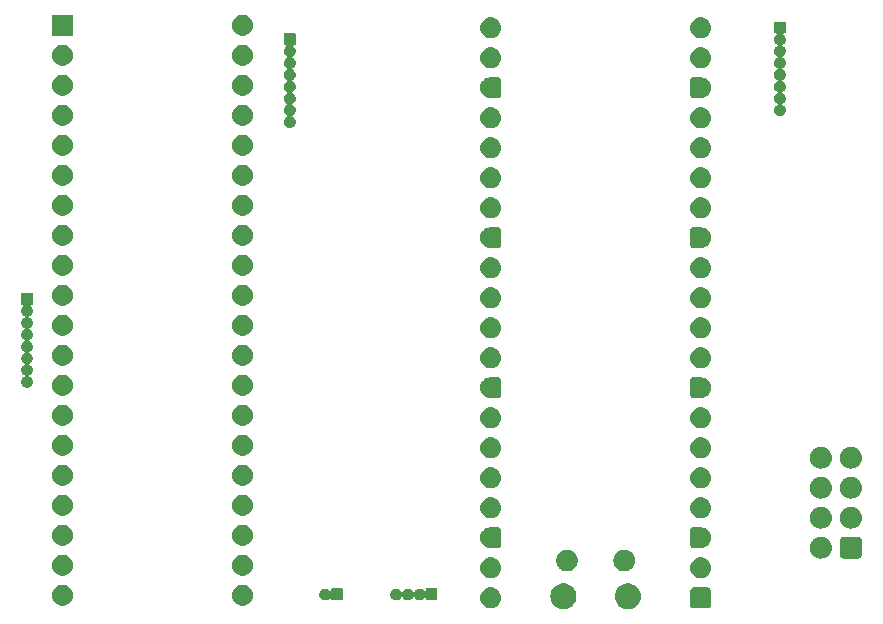
<source format=gbr>
%TF.GenerationSoftware,KiCad,Pcbnew,8.0.1*%
%TF.CreationDate,2024-04-17T16:23:31+02:00*%
%TF.ProjectId,protoA,70726f74-6f41-42e6-9b69-6361645f7063,rev?*%
%TF.SameCoordinates,PX7e13640PY4c4b400*%
%TF.FileFunction,Soldermask,Bot*%
%TF.FilePolarity,Negative*%
%FSLAX46Y46*%
G04 Gerber Fmt 4.6, Leading zero omitted, Abs format (unit mm)*
G04 Created by KiCad (PCBNEW 8.0.1) date 2024-04-17 16:23:31*
%MOMM*%
%LPD*%
G01*
G04 APERTURE LIST*
G04 APERTURE END LIST*
G36*
X47766029Y2908008D02*
G01*
X47955312Y2834680D01*
X48127898Y2727819D01*
X48277910Y2591065D01*
X48400239Y2429075D01*
X48490719Y2247366D01*
X48546270Y2052124D01*
X48565000Y1850000D01*
X48546270Y1647876D01*
X48490719Y1452634D01*
X48400239Y1270925D01*
X48277910Y1108935D01*
X48127898Y972181D01*
X47955312Y865320D01*
X47766029Y791992D01*
X47566495Y754692D01*
X47363505Y754692D01*
X47163971Y791992D01*
X46974688Y865320D01*
X46802102Y972181D01*
X46652090Y1108935D01*
X46529761Y1270925D01*
X46439281Y1452634D01*
X46383730Y1647876D01*
X46365000Y1850000D01*
X46383730Y2052124D01*
X46439281Y2247366D01*
X46529761Y2429075D01*
X46652090Y2591065D01*
X46802102Y2727819D01*
X46974688Y2834680D01*
X47163971Y2908008D01*
X47363505Y2945308D01*
X47566495Y2945308D01*
X47766029Y2908008D01*
G37*
G36*
X53216029Y2908008D02*
G01*
X53405312Y2834680D01*
X53577898Y2727819D01*
X53727910Y2591065D01*
X53850239Y2429075D01*
X53940719Y2247366D01*
X53996270Y2052124D01*
X54015000Y1850000D01*
X53996270Y1647876D01*
X53940719Y1452634D01*
X53850239Y1270925D01*
X53727910Y1108935D01*
X53577898Y972181D01*
X53405312Y865320D01*
X53216029Y791992D01*
X53016495Y754692D01*
X52813505Y754692D01*
X52613971Y791992D01*
X52424688Y865320D01*
X52252102Y972181D01*
X52102090Y1108935D01*
X51979761Y1270925D01*
X51889281Y1452634D01*
X51833730Y1647876D01*
X51815000Y1850000D01*
X51833730Y2052124D01*
X51889281Y2247366D01*
X51979761Y2429075D01*
X52102090Y2591065D01*
X52252102Y2727819D01*
X52424688Y2834680D01*
X52613971Y2908008D01*
X52813505Y2945308D01*
X53016495Y2945308D01*
X53216029Y2908008D01*
G37*
G36*
X59744106Y2592563D02*
G01*
X59749078Y2590368D01*
X59750950Y2590121D01*
X59774376Y2579197D01*
X59838238Y2550999D01*
X59910999Y2478238D01*
X59939206Y2414356D01*
X59950120Y2390951D01*
X59950366Y2389082D01*
X59952563Y2384106D01*
X59960000Y2320000D01*
X59960000Y1120000D01*
X59952563Y1055894D01*
X59950365Y1050919D01*
X59950120Y1049050D01*
X59939214Y1025664D01*
X59910999Y961762D01*
X59838238Y889001D01*
X59774336Y860786D01*
X59750950Y849880D01*
X59749081Y849635D01*
X59744106Y847437D01*
X59680000Y840000D01*
X58480000Y840000D01*
X58415894Y847437D01*
X58410918Y849634D01*
X58409049Y849880D01*
X58385644Y860794D01*
X58321762Y889001D01*
X58249001Y961762D01*
X58220803Y1025624D01*
X58209879Y1049050D01*
X58209632Y1050922D01*
X58207437Y1055894D01*
X58200000Y1120000D01*
X58200000Y2320000D01*
X58207437Y2384106D01*
X58209632Y2389079D01*
X58209879Y2390951D01*
X58220811Y2414396D01*
X58249001Y2478238D01*
X58321762Y2550999D01*
X58385604Y2579189D01*
X58409049Y2590121D01*
X58410921Y2590368D01*
X58415894Y2592563D01*
X58480000Y2600000D01*
X59680000Y2600000D01*
X59744106Y2592563D01*
G37*
G36*
X41571935Y2556930D02*
G01*
X41740000Y2482102D01*
X41888835Y2373967D01*
X42011935Y2237251D01*
X42103920Y2077928D01*
X42160770Y1902962D01*
X42180000Y1720000D01*
X42160770Y1537038D01*
X42103920Y1362072D01*
X42011935Y1202749D01*
X41888835Y1066033D01*
X41740000Y957898D01*
X41571935Y883070D01*
X41391985Y844821D01*
X41208015Y844821D01*
X41028065Y883070D01*
X40860000Y957898D01*
X40711165Y1066033D01*
X40588065Y1202749D01*
X40496080Y1362072D01*
X40439230Y1537038D01*
X40420000Y1720000D01*
X40439230Y1902962D01*
X40496080Y2077928D01*
X40588065Y2237251D01*
X40711165Y2373967D01*
X40860000Y2482102D01*
X41028065Y2556930D01*
X41208015Y2595179D01*
X41391985Y2595179D01*
X41571935Y2556930D01*
G37*
G36*
X5331935Y2756930D02*
G01*
X5500000Y2682102D01*
X5648835Y2573967D01*
X5771935Y2437251D01*
X5863920Y2277928D01*
X5920770Y2102962D01*
X5940000Y1920000D01*
X5920770Y1737038D01*
X5863920Y1562072D01*
X5771935Y1402749D01*
X5648835Y1266033D01*
X5500000Y1157898D01*
X5331935Y1083070D01*
X5151985Y1044821D01*
X4968015Y1044821D01*
X4788065Y1083070D01*
X4620000Y1157898D01*
X4471165Y1266033D01*
X4348065Y1402749D01*
X4256080Y1562072D01*
X4199230Y1737038D01*
X4180000Y1920000D01*
X4199230Y2102962D01*
X4256080Y2277928D01*
X4348065Y2437251D01*
X4471165Y2573967D01*
X4620000Y2682102D01*
X4788065Y2756930D01*
X4968015Y2795179D01*
X5151985Y2795179D01*
X5331935Y2756930D01*
G37*
G36*
X20571935Y2756930D02*
G01*
X20740000Y2682102D01*
X20888835Y2573967D01*
X21011935Y2437251D01*
X21103920Y2277928D01*
X21160770Y2102962D01*
X21180000Y1920000D01*
X21160770Y1737038D01*
X21103920Y1562072D01*
X21011935Y1402749D01*
X20888835Y1266033D01*
X20740000Y1157898D01*
X20571935Y1083070D01*
X20391985Y1044821D01*
X20208015Y1044821D01*
X20028065Y1083070D01*
X19860000Y1157898D01*
X19711165Y1266033D01*
X19588065Y1402749D01*
X19496080Y1562072D01*
X19439230Y1737038D01*
X19420000Y1920000D01*
X19439230Y2102962D01*
X19496080Y2277928D01*
X19588065Y2437251D01*
X19711165Y2573967D01*
X19860000Y2682102D01*
X20028065Y2756930D01*
X20208015Y2795179D01*
X20391985Y2795179D01*
X20571935Y2756930D01*
G37*
G36*
X28755615Y2498910D02*
G01*
X28781569Y2481569D01*
X28798910Y2455615D01*
X28805000Y2425000D01*
X28805000Y1575000D01*
X28798910Y1544385D01*
X28781569Y1518431D01*
X28755615Y1501090D01*
X28725000Y1495000D01*
X27875000Y1495000D01*
X27844385Y1501090D01*
X27818431Y1518431D01*
X27801090Y1544385D01*
X27795000Y1575000D01*
X27795000Y1618346D01*
X27794999Y1684191D01*
X27712133Y1712320D01*
X27690631Y1687506D01*
X27656704Y1643291D01*
X27643620Y1633252D01*
X27630705Y1618346D01*
X27590645Y1592602D01*
X27552233Y1563126D01*
X27531267Y1554442D01*
X27509785Y1540636D01*
X27469089Y1528687D01*
X27430562Y1512728D01*
X27401880Y1508953D01*
X27371869Y1500140D01*
X27334942Y1500140D01*
X27300000Y1495540D01*
X27265058Y1500140D01*
X27228131Y1500140D01*
X27198120Y1508952D01*
X27169437Y1512728D01*
X27130907Y1528688D01*
X27090215Y1540636D01*
X27068734Y1554441D01*
X27047766Y1563126D01*
X27009347Y1592606D01*
X26969295Y1618346D01*
X26956381Y1633249D01*
X26943292Y1643293D01*
X26909348Y1687528D01*
X26875167Y1726976D01*
X26869416Y1739568D01*
X26863125Y1747767D01*
X26838282Y1807743D01*
X26815456Y1857725D01*
X26814327Y1865575D01*
X26812727Y1869438D01*
X26801387Y1955571D01*
X26795000Y2000000D01*
X26801387Y2044426D01*
X26812727Y2130563D01*
X26814327Y2134428D01*
X26815456Y2142275D01*
X26838281Y2192256D01*
X26863124Y2252230D01*
X26869414Y2260429D01*
X26875167Y2273024D01*
X26909349Y2312474D01*
X26943292Y2356708D01*
X26956383Y2366754D01*
X26969295Y2381654D01*
X27009350Y2407396D01*
X27047770Y2436876D01*
X27068736Y2445561D01*
X27090215Y2459364D01*
X27130900Y2471311D01*
X27169437Y2487273D01*
X27198126Y2491050D01*
X27228131Y2499860D01*
X27265050Y2499860D01*
X27300000Y2504461D01*
X27334950Y2499860D01*
X27371869Y2499860D01*
X27401874Y2491050D01*
X27430562Y2487273D01*
X27469097Y2471311D01*
X27509785Y2459364D01*
X27531262Y2445562D01*
X27552233Y2436875D01*
X27590655Y2407392D01*
X27630705Y2381654D01*
X27643616Y2366754D01*
X27656705Y2356710D01*
X27690647Y2312477D01*
X27712132Y2287682D01*
X27795000Y2315811D01*
X27795000Y2418845D01*
X27795000Y2418846D01*
X27795000Y2425000D01*
X27801090Y2455615D01*
X27818431Y2481569D01*
X27844385Y2498910D01*
X27875000Y2505000D01*
X28725000Y2505000D01*
X28755615Y2498910D01*
G37*
G36*
X36755615Y2498910D02*
G01*
X36781569Y2481569D01*
X36798910Y2455615D01*
X36805000Y2425000D01*
X36805000Y1575000D01*
X36798910Y1544385D01*
X36781569Y1518431D01*
X36755615Y1501090D01*
X36725000Y1495000D01*
X35875000Y1495000D01*
X35844385Y1501090D01*
X35818431Y1518431D01*
X35801090Y1544385D01*
X35795000Y1575000D01*
X35795000Y1618346D01*
X35794999Y1684191D01*
X35712133Y1712320D01*
X35690631Y1687506D01*
X35656704Y1643291D01*
X35643620Y1633252D01*
X35630705Y1618346D01*
X35590645Y1592602D01*
X35552233Y1563126D01*
X35531267Y1554442D01*
X35509785Y1540636D01*
X35469089Y1528687D01*
X35430562Y1512728D01*
X35401880Y1508953D01*
X35371869Y1500140D01*
X35334942Y1500140D01*
X35300000Y1495540D01*
X35265058Y1500140D01*
X35228131Y1500140D01*
X35198120Y1508952D01*
X35169437Y1512728D01*
X35130907Y1528688D01*
X35090215Y1540636D01*
X35068734Y1554441D01*
X35047766Y1563126D01*
X35009347Y1592606D01*
X34969295Y1618346D01*
X34956381Y1633249D01*
X34943292Y1643293D01*
X34909348Y1687528D01*
X34875167Y1726976D01*
X34869416Y1739568D01*
X34863125Y1747767D01*
X34841761Y1799345D01*
X34758239Y1799345D01*
X34736874Y1747767D01*
X34730585Y1739572D01*
X34724833Y1726976D01*
X34690642Y1687518D01*
X34656707Y1643293D01*
X34643620Y1633251D01*
X34630705Y1618346D01*
X34590646Y1592602D01*
X34552233Y1563126D01*
X34531267Y1554442D01*
X34509785Y1540636D01*
X34469089Y1528687D01*
X34430562Y1512728D01*
X34401880Y1508953D01*
X34371869Y1500140D01*
X34334942Y1500140D01*
X34300000Y1495540D01*
X34265058Y1500140D01*
X34228131Y1500140D01*
X34198120Y1508952D01*
X34169437Y1512728D01*
X34130907Y1528688D01*
X34090215Y1540636D01*
X34068734Y1554441D01*
X34047766Y1563126D01*
X34009347Y1592606D01*
X33969295Y1618346D01*
X33956381Y1633249D01*
X33943292Y1643293D01*
X33909348Y1687528D01*
X33875167Y1726976D01*
X33869416Y1739568D01*
X33863125Y1747767D01*
X33841761Y1799345D01*
X33758239Y1799345D01*
X33736874Y1747767D01*
X33730585Y1739572D01*
X33724833Y1726976D01*
X33690642Y1687518D01*
X33656707Y1643293D01*
X33643620Y1633251D01*
X33630705Y1618346D01*
X33590646Y1592602D01*
X33552233Y1563126D01*
X33531267Y1554442D01*
X33509785Y1540636D01*
X33469089Y1528687D01*
X33430562Y1512728D01*
X33401880Y1508953D01*
X33371869Y1500140D01*
X33334942Y1500140D01*
X33300000Y1495540D01*
X33265058Y1500140D01*
X33228131Y1500140D01*
X33198120Y1508952D01*
X33169437Y1512728D01*
X33130907Y1528688D01*
X33090215Y1540636D01*
X33068734Y1554441D01*
X33047766Y1563126D01*
X33009347Y1592606D01*
X32969295Y1618346D01*
X32956381Y1633249D01*
X32943292Y1643293D01*
X32909348Y1687528D01*
X32875167Y1726976D01*
X32869416Y1739568D01*
X32863125Y1747767D01*
X32838282Y1807743D01*
X32815456Y1857725D01*
X32814327Y1865575D01*
X32812727Y1869438D01*
X32801387Y1955571D01*
X32795000Y2000000D01*
X32801387Y2044426D01*
X32812727Y2130563D01*
X32814327Y2134428D01*
X32815456Y2142275D01*
X32838281Y2192256D01*
X32863124Y2252230D01*
X32869414Y2260429D01*
X32875167Y2273024D01*
X32909349Y2312474D01*
X32943292Y2356708D01*
X32956383Y2366754D01*
X32969295Y2381654D01*
X33009350Y2407396D01*
X33047770Y2436876D01*
X33068736Y2445561D01*
X33090215Y2459364D01*
X33130900Y2471311D01*
X33169437Y2487273D01*
X33198126Y2491050D01*
X33228131Y2499860D01*
X33265050Y2499860D01*
X33300000Y2504461D01*
X33334950Y2499860D01*
X33371869Y2499860D01*
X33401874Y2491050D01*
X33430562Y2487273D01*
X33469097Y2471311D01*
X33509785Y2459364D01*
X33531262Y2445562D01*
X33552233Y2436875D01*
X33590655Y2407392D01*
X33630705Y2381654D01*
X33643616Y2366754D01*
X33656705Y2356710D01*
X33690643Y2312481D01*
X33724833Y2273024D01*
X33730585Y2260429D01*
X33736877Y2252229D01*
X33758240Y2200655D01*
X33841760Y2200655D01*
X33863122Y2252229D01*
X33869416Y2260433D01*
X33875167Y2273024D01*
X33909345Y2312469D01*
X33943292Y2356708D01*
X33956383Y2366754D01*
X33969295Y2381654D01*
X34009350Y2407396D01*
X34047770Y2436876D01*
X34068736Y2445561D01*
X34090215Y2459364D01*
X34130900Y2471311D01*
X34169437Y2487273D01*
X34198126Y2491050D01*
X34228131Y2499860D01*
X34265050Y2499860D01*
X34300000Y2504461D01*
X34334950Y2499860D01*
X34371869Y2499860D01*
X34401874Y2491050D01*
X34430562Y2487273D01*
X34469097Y2471311D01*
X34509785Y2459364D01*
X34531262Y2445562D01*
X34552233Y2436875D01*
X34590655Y2407392D01*
X34630705Y2381654D01*
X34643616Y2366754D01*
X34656705Y2356710D01*
X34690643Y2312481D01*
X34724833Y2273024D01*
X34730585Y2260429D01*
X34736877Y2252229D01*
X34758240Y2200655D01*
X34841760Y2200655D01*
X34863122Y2252229D01*
X34869416Y2260433D01*
X34875167Y2273024D01*
X34909345Y2312469D01*
X34943292Y2356708D01*
X34956383Y2366754D01*
X34969295Y2381654D01*
X35009350Y2407396D01*
X35047770Y2436876D01*
X35068736Y2445561D01*
X35090215Y2459364D01*
X35130900Y2471311D01*
X35169437Y2487273D01*
X35198126Y2491050D01*
X35228131Y2499860D01*
X35265050Y2499860D01*
X35300000Y2504461D01*
X35334950Y2499860D01*
X35371869Y2499860D01*
X35401874Y2491050D01*
X35430562Y2487273D01*
X35469097Y2471311D01*
X35509785Y2459364D01*
X35531262Y2445562D01*
X35552233Y2436875D01*
X35590655Y2407392D01*
X35630705Y2381654D01*
X35643616Y2366754D01*
X35656705Y2356710D01*
X35690647Y2312477D01*
X35712132Y2287682D01*
X35795000Y2315811D01*
X35795000Y2418845D01*
X35795000Y2418846D01*
X35795000Y2425000D01*
X35801090Y2455615D01*
X35818431Y2481569D01*
X35844385Y2498910D01*
X35875000Y2505000D01*
X36725000Y2505000D01*
X36755615Y2498910D01*
G37*
G36*
X41571935Y5096930D02*
G01*
X41740000Y5022102D01*
X41888835Y4913967D01*
X42011935Y4777251D01*
X42103920Y4617928D01*
X42160770Y4442962D01*
X42180000Y4260000D01*
X42160770Y4077038D01*
X42103920Y3902072D01*
X42011935Y3742749D01*
X41888835Y3606033D01*
X41740000Y3497898D01*
X41571935Y3423070D01*
X41391985Y3384821D01*
X41208015Y3384821D01*
X41028065Y3423070D01*
X40860000Y3497898D01*
X40711165Y3606033D01*
X40588065Y3742749D01*
X40496080Y3902072D01*
X40439230Y4077038D01*
X40420000Y4260000D01*
X40439230Y4442962D01*
X40496080Y4617928D01*
X40588065Y4777251D01*
X40711165Y4913967D01*
X40860000Y5022102D01*
X41028065Y5096930D01*
X41208015Y5135179D01*
X41391985Y5135179D01*
X41571935Y5096930D01*
G37*
G36*
X59351935Y5096930D02*
G01*
X59520000Y5022102D01*
X59668835Y4913967D01*
X59791935Y4777251D01*
X59883920Y4617928D01*
X59940770Y4442962D01*
X59960000Y4260000D01*
X59940770Y4077038D01*
X59883920Y3902072D01*
X59791935Y3742749D01*
X59668835Y3606033D01*
X59520000Y3497898D01*
X59351935Y3423070D01*
X59171985Y3384821D01*
X58988015Y3384821D01*
X58808065Y3423070D01*
X58640000Y3497898D01*
X58491165Y3606033D01*
X58368065Y3742749D01*
X58276080Y3902072D01*
X58219230Y4077038D01*
X58200000Y4260000D01*
X58219230Y4442962D01*
X58276080Y4617928D01*
X58368065Y4777251D01*
X58491165Y4913967D01*
X58640000Y5022102D01*
X58808065Y5096930D01*
X58988015Y5135179D01*
X59171985Y5135179D01*
X59351935Y5096930D01*
G37*
G36*
X5331935Y5296930D02*
G01*
X5500000Y5222102D01*
X5648835Y5113967D01*
X5771935Y4977251D01*
X5863920Y4817928D01*
X5920770Y4642962D01*
X5940000Y4460000D01*
X5920770Y4277038D01*
X5863920Y4102072D01*
X5771935Y3942749D01*
X5648835Y3806033D01*
X5500000Y3697898D01*
X5331935Y3623070D01*
X5151985Y3584821D01*
X4968015Y3584821D01*
X4788065Y3623070D01*
X4620000Y3697898D01*
X4471165Y3806033D01*
X4348065Y3942749D01*
X4256080Y4102072D01*
X4199230Y4277038D01*
X4180000Y4460000D01*
X4199230Y4642962D01*
X4256080Y4817928D01*
X4348065Y4977251D01*
X4471165Y5113967D01*
X4620000Y5222102D01*
X4788065Y5296930D01*
X4968015Y5335179D01*
X5151985Y5335179D01*
X5331935Y5296930D01*
G37*
G36*
X20571935Y5296930D02*
G01*
X20740000Y5222102D01*
X20888835Y5113967D01*
X21011935Y4977251D01*
X21103920Y4817928D01*
X21160770Y4642962D01*
X21180000Y4460000D01*
X21160770Y4277038D01*
X21103920Y4102072D01*
X21011935Y3942749D01*
X20888835Y3806033D01*
X20740000Y3697898D01*
X20571935Y3623070D01*
X20391985Y3584821D01*
X20208015Y3584821D01*
X20028065Y3623070D01*
X19860000Y3697898D01*
X19711165Y3806033D01*
X19588065Y3942749D01*
X19496080Y4102072D01*
X19439230Y4277038D01*
X19420000Y4460000D01*
X19439230Y4642962D01*
X19496080Y4817928D01*
X19588065Y4977251D01*
X19711165Y5113967D01*
X19860000Y5222102D01*
X20028065Y5296930D01*
X20208015Y5335179D01*
X20391985Y5335179D01*
X20571935Y5296930D01*
G37*
G36*
X47813379Y5799933D02*
G01*
X47861689Y5799933D01*
X47903403Y5791067D01*
X47945398Y5786930D01*
X47998160Y5770925D01*
X48050841Y5759727D01*
X48084548Y5744720D01*
X48118867Y5734309D01*
X48173406Y5705157D01*
X48227500Y5681073D01*
X48252649Y5662802D01*
X48278735Y5648858D01*
X48331939Y5605194D01*
X48383946Y5567409D01*
X48400834Y5548653D01*
X48418859Y5533860D01*
X48467302Y5474832D01*
X48513341Y5423701D01*
X48523011Y5406951D01*
X48533857Y5393736D01*
X48573977Y5318677D01*
X48610030Y5256231D01*
X48614177Y5243467D01*
X48619308Y5233868D01*
X48647594Y5140620D01*
X48669787Y5072318D01*
X48670568Y5064885D01*
X48671929Y5060399D01*
X48685181Y4925846D01*
X48690000Y4880000D01*
X48685181Y4834151D01*
X48671929Y4699602D01*
X48670568Y4695117D01*
X48669787Y4687682D01*
X48647590Y4619367D01*
X48619308Y4526133D01*
X48614178Y4516536D01*
X48610030Y4503769D01*
X48573970Y4441312D01*
X48533857Y4366265D01*
X48523013Y4353053D01*
X48513341Y4336299D01*
X48467293Y4285158D01*
X48418859Y4226141D01*
X48400837Y4211352D01*
X48383946Y4192591D01*
X48331929Y4154799D01*
X48278735Y4111143D01*
X48252654Y4097203D01*
X48227500Y4078927D01*
X48173395Y4054839D01*
X48118867Y4025692D01*
X48084555Y4015284D01*
X48050841Y4000273D01*
X47998149Y3989073D01*
X47945398Y3973071D01*
X47903412Y3968936D01*
X47861689Y3960067D01*
X47813369Y3960067D01*
X47765000Y3955303D01*
X47716631Y3960067D01*
X47668311Y3960067D01*
X47626588Y3968936D01*
X47584601Y3973071D01*
X47531846Y3989074D01*
X47479159Y4000273D01*
X47445446Y4015283D01*
X47411132Y4025692D01*
X47356598Y4054841D01*
X47302500Y4078927D01*
X47277348Y4097201D01*
X47251264Y4111143D01*
X47198062Y4154806D01*
X47146054Y4192591D01*
X47129165Y4211348D01*
X47111140Y4226141D01*
X47062695Y4285171D01*
X47016659Y4336299D01*
X47006988Y4353049D01*
X46996142Y4366265D01*
X46956016Y4441335D01*
X46919970Y4503769D01*
X46915823Y4516531D01*
X46910691Y4526133D01*
X46882394Y4619414D01*
X46860213Y4687682D01*
X46859432Y4695112D01*
X46858070Y4699602D01*
X46844802Y4834303D01*
X46840000Y4880000D01*
X46844802Y4925695D01*
X46858070Y5060399D01*
X46859432Y5064890D01*
X46860213Y5072318D01*
X46882390Y5140573D01*
X46910691Y5233868D01*
X46915824Y5243472D01*
X46919970Y5256231D01*
X46956009Y5318653D01*
X46996142Y5393736D01*
X47006990Y5406956D01*
X47016659Y5423701D01*
X47062686Y5474820D01*
X47111140Y5533860D01*
X47129168Y5548656D01*
X47146054Y5567409D01*
X47198051Y5605188D01*
X47251264Y5648858D01*
X47277353Y5662804D01*
X47302500Y5681073D01*
X47356587Y5705155D01*
X47411132Y5734309D01*
X47445453Y5744721D01*
X47479159Y5759727D01*
X47531835Y5770924D01*
X47584601Y5786930D01*
X47626596Y5791067D01*
X47668311Y5799933D01*
X47716621Y5799933D01*
X47765000Y5804698D01*
X47813379Y5799933D01*
G37*
G36*
X52663379Y5799933D02*
G01*
X52711689Y5799933D01*
X52753403Y5791067D01*
X52795398Y5786930D01*
X52848160Y5770925D01*
X52900841Y5759727D01*
X52934548Y5744720D01*
X52968867Y5734309D01*
X53023406Y5705157D01*
X53077500Y5681073D01*
X53102649Y5662802D01*
X53128735Y5648858D01*
X53181939Y5605194D01*
X53233946Y5567409D01*
X53250834Y5548653D01*
X53268859Y5533860D01*
X53317302Y5474832D01*
X53363341Y5423701D01*
X53373011Y5406951D01*
X53383857Y5393736D01*
X53423977Y5318677D01*
X53460030Y5256231D01*
X53464177Y5243467D01*
X53469308Y5233868D01*
X53497594Y5140620D01*
X53519787Y5072318D01*
X53520568Y5064885D01*
X53521929Y5060399D01*
X53535181Y4925846D01*
X53540000Y4880000D01*
X53535181Y4834151D01*
X53521929Y4699602D01*
X53520568Y4695117D01*
X53519787Y4687682D01*
X53497590Y4619367D01*
X53469308Y4526133D01*
X53464178Y4516536D01*
X53460030Y4503769D01*
X53423970Y4441312D01*
X53383857Y4366265D01*
X53373013Y4353053D01*
X53363341Y4336299D01*
X53317293Y4285158D01*
X53268859Y4226141D01*
X53250837Y4211352D01*
X53233946Y4192591D01*
X53181929Y4154799D01*
X53128735Y4111143D01*
X53102654Y4097203D01*
X53077500Y4078927D01*
X53023395Y4054839D01*
X52968867Y4025692D01*
X52934555Y4015284D01*
X52900841Y4000273D01*
X52848149Y3989073D01*
X52795398Y3973071D01*
X52753412Y3968936D01*
X52711689Y3960067D01*
X52663369Y3960067D01*
X52615000Y3955303D01*
X52566631Y3960067D01*
X52518311Y3960067D01*
X52476588Y3968936D01*
X52434601Y3973071D01*
X52381846Y3989074D01*
X52329159Y4000273D01*
X52295446Y4015283D01*
X52261132Y4025692D01*
X52206598Y4054841D01*
X52152500Y4078927D01*
X52127348Y4097201D01*
X52101264Y4111143D01*
X52048062Y4154806D01*
X51996054Y4192591D01*
X51979165Y4211348D01*
X51961140Y4226141D01*
X51912695Y4285171D01*
X51866659Y4336299D01*
X51856988Y4353049D01*
X51846142Y4366265D01*
X51806016Y4441335D01*
X51769970Y4503769D01*
X51765823Y4516531D01*
X51760691Y4526133D01*
X51732394Y4619414D01*
X51710213Y4687682D01*
X51709432Y4695112D01*
X51708070Y4699602D01*
X51694802Y4834303D01*
X51690000Y4880000D01*
X51694802Y4925695D01*
X51708070Y5060399D01*
X51709432Y5064890D01*
X51710213Y5072318D01*
X51732390Y5140573D01*
X51760691Y5233868D01*
X51765824Y5243472D01*
X51769970Y5256231D01*
X51806009Y5318653D01*
X51846142Y5393736D01*
X51856990Y5406956D01*
X51866659Y5423701D01*
X51912686Y5474820D01*
X51961140Y5533860D01*
X51979168Y5548656D01*
X51996054Y5567409D01*
X52048051Y5605188D01*
X52101264Y5648858D01*
X52127353Y5662804D01*
X52152500Y5681073D01*
X52206587Y5705155D01*
X52261132Y5734309D01*
X52295453Y5744721D01*
X52329159Y5759727D01*
X52381835Y5770924D01*
X52434601Y5786930D01*
X52476596Y5791067D01*
X52518311Y5799933D01*
X52566621Y5799933D01*
X52615000Y5804698D01*
X52663379Y5799933D01*
G37*
G36*
X72485410Y6878756D02*
G01*
X72495354Y6874119D01*
X72501736Y6873108D01*
X72547201Y6849942D01*
X72589280Y6830320D01*
X72592988Y6826612D01*
X72593512Y6826345D01*
X72666344Y6753513D01*
X72666610Y6752990D01*
X72670320Y6749280D01*
X72689947Y6707191D01*
X72713107Y6661737D01*
X72714117Y6655358D01*
X72718756Y6645410D01*
X72730000Y6560000D01*
X72730000Y5360000D01*
X72718756Y5274590D01*
X72714117Y5264643D01*
X72713107Y5258264D01*
X72689952Y5212822D01*
X72670320Y5170720D01*
X72666609Y5167010D01*
X72666344Y5166488D01*
X72593512Y5093656D01*
X72592990Y5093391D01*
X72589280Y5089680D01*
X72547178Y5070048D01*
X72501736Y5046893D01*
X72495357Y5045883D01*
X72485410Y5041244D01*
X72400000Y5030000D01*
X71200000Y5030000D01*
X71114590Y5041244D01*
X71104642Y5045883D01*
X71098263Y5046893D01*
X71052809Y5070053D01*
X71010720Y5089680D01*
X71007010Y5093390D01*
X71006487Y5093656D01*
X70933655Y5166488D01*
X70933388Y5167012D01*
X70929680Y5170720D01*
X70910058Y5212799D01*
X70886892Y5258264D01*
X70885881Y5264646D01*
X70881244Y5274590D01*
X70870000Y5360000D01*
X70870000Y6560000D01*
X70881244Y6645410D01*
X70885881Y6655355D01*
X70886892Y6661737D01*
X70910063Y6707214D01*
X70929680Y6749280D01*
X70933386Y6752987D01*
X70933655Y6753513D01*
X71006487Y6826345D01*
X71007013Y6826614D01*
X71010720Y6830320D01*
X71052786Y6849937D01*
X71098263Y6873108D01*
X71104645Y6874119D01*
X71114590Y6878756D01*
X71200000Y6890000D01*
X72400000Y6890000D01*
X72485410Y6878756D01*
G37*
G36*
X69308664Y6884905D02*
G01*
X69357211Y6884905D01*
X69399132Y6875995D01*
X69441374Y6871834D01*
X69494439Y6855737D01*
X69547386Y6844483D01*
X69581266Y6829399D01*
X69615780Y6818929D01*
X69670631Y6789611D01*
X69725000Y6765404D01*
X69750275Y6747040D01*
X69776513Y6733016D01*
X69830033Y6689093D01*
X69882291Y6651125D01*
X69899259Y6632280D01*
X69917395Y6617396D01*
X69966133Y6558009D01*
X70012386Y6506640D01*
X70022101Y6489812D01*
X70033015Y6476514D01*
X70073387Y6400983D01*
X70109597Y6338265D01*
X70113762Y6325446D01*
X70118928Y6315781D01*
X70147404Y6221905D01*
X70169677Y6153358D01*
X70170461Y6145898D01*
X70171833Y6141375D01*
X70185184Y6005816D01*
X70190000Y5960000D01*
X70185184Y5914181D01*
X70171833Y5778626D01*
X70170461Y5774105D01*
X70169677Y5766642D01*
X70147400Y5698082D01*
X70118928Y5604220D01*
X70113763Y5594558D01*
X70109597Y5581735D01*
X70073379Y5519005D01*
X70033015Y5443487D01*
X70022103Y5430192D01*
X70012386Y5413360D01*
X69966124Y5361982D01*
X69917395Y5302605D01*
X69899263Y5287725D01*
X69882291Y5268875D01*
X69830022Y5230900D01*
X69776513Y5186985D01*
X69750281Y5172964D01*
X69725000Y5154596D01*
X69670620Y5130385D01*
X69615780Y5101072D01*
X69581273Y5090605D01*
X69547386Y5075517D01*
X69494428Y5064261D01*
X69441374Y5048167D01*
X69399141Y5044008D01*
X69357211Y5035095D01*
X69308653Y5035095D01*
X69260000Y5030303D01*
X69211346Y5035095D01*
X69162789Y5035095D01*
X69120859Y5044008D01*
X69078625Y5048167D01*
X69025567Y5064262D01*
X68972614Y5075517D01*
X68938729Y5090604D01*
X68904219Y5101072D01*
X68849373Y5130388D01*
X68795000Y5154596D01*
X68769721Y5172962D01*
X68743486Y5186985D01*
X68689968Y5230907D01*
X68637709Y5268875D01*
X68620739Y5287722D01*
X68602604Y5302605D01*
X68553864Y5361994D01*
X68507614Y5413360D01*
X68497898Y5430188D01*
X68486984Y5443487D01*
X68446606Y5519029D01*
X68410403Y5581735D01*
X68406238Y5594553D01*
X68401071Y5604220D01*
X68372584Y5698128D01*
X68350323Y5766642D01*
X68349539Y5774100D01*
X68348166Y5778626D01*
X68334799Y5914332D01*
X68330000Y5960000D01*
X68334799Y6005665D01*
X68348166Y6141375D01*
X68349539Y6145903D01*
X68350323Y6153358D01*
X68372580Y6221859D01*
X68401071Y6315781D01*
X68406239Y6325450D01*
X68410403Y6338265D01*
X68446599Y6400960D01*
X68486984Y6476514D01*
X68497900Y6489816D01*
X68507614Y6506640D01*
X68553855Y6557997D01*
X68602604Y6617396D01*
X68620743Y6632283D01*
X68637709Y6651125D01*
X68689957Y6689087D01*
X68743486Y6733016D01*
X68769726Y6747042D01*
X68795000Y6765404D01*
X68849362Y6789608D01*
X68904219Y6818929D01*
X68938736Y6829400D01*
X68972614Y6844483D01*
X69025556Y6855737D01*
X69078625Y6871834D01*
X69120867Y6875995D01*
X69162789Y6884905D01*
X69211336Y6884905D01*
X69260000Y6889698D01*
X69308664Y6884905D01*
G37*
G36*
X41913299Y7680160D02*
G01*
X41914617Y7679986D01*
X41937463Y7679986D01*
X41944504Y7679986D01*
X41981385Y7671568D01*
X41987727Y7668514D01*
X41987730Y7668513D01*
X42055233Y7636005D01*
X42055235Y7636003D01*
X42061579Y7632948D01*
X42091153Y7609363D01*
X42095541Y7603860D01*
X42095544Y7603858D01*
X42142257Y7545282D01*
X42142257Y7545281D01*
X42146649Y7539774D01*
X42163063Y7505691D01*
X42182869Y7418914D01*
X42185000Y7400000D01*
X42185000Y6200000D01*
X42182869Y6181086D01*
X42163063Y6094309D01*
X42146649Y6060226D01*
X42091153Y5990637D01*
X42061579Y5967052D01*
X41981385Y5928432D01*
X41944504Y5920014D01*
X41937463Y5920014D01*
X41936039Y5920014D01*
X41931956Y5919746D01*
X41910967Y5916983D01*
X41907408Y5915323D01*
X41900000Y5915000D01*
X41895906Y5915000D01*
X41301757Y5915000D01*
X41300000Y5915000D01*
X41290483Y5915534D01*
X41112466Y5935592D01*
X41093909Y5939828D01*
X40924819Y5998995D01*
X40907670Y6007253D01*
X40755985Y6102563D01*
X40741104Y6114431D01*
X40738624Y6116911D01*
X40738615Y6116918D01*
X40616917Y6238616D01*
X40616909Y6238626D01*
X40614431Y6241104D01*
X40602563Y6255985D01*
X40564990Y6315781D01*
X40509121Y6404697D01*
X40509120Y6404698D01*
X40507253Y6407670D01*
X40498995Y6424819D01*
X40451693Y6560000D01*
X40440986Y6590598D01*
X40440984Y6590603D01*
X40439828Y6593909D01*
X40435592Y6612466D01*
X40435199Y6615948D01*
X40435198Y6615955D01*
X40415927Y6786996D01*
X40415534Y6790483D01*
X40415534Y6809517D01*
X40419474Y6844483D01*
X40435198Y6984046D01*
X40435199Y6984055D01*
X40435592Y6987534D01*
X40439828Y7006091D01*
X40440984Y7009396D01*
X40440986Y7009403D01*
X40497837Y7171872D01*
X40497837Y7171874D01*
X40498995Y7175181D01*
X40507253Y7192330D01*
X40509118Y7195300D01*
X40509121Y7195304D01*
X40600692Y7341039D01*
X40600696Y7341046D01*
X40602563Y7344015D01*
X40614431Y7358896D01*
X40616905Y7361371D01*
X40616917Y7361385D01*
X40738615Y7483083D01*
X40738629Y7483095D01*
X40741104Y7485569D01*
X40755985Y7497437D01*
X40758954Y7499304D01*
X40758961Y7499308D01*
X40904696Y7590879D01*
X40904700Y7590882D01*
X40907670Y7592747D01*
X40924819Y7601005D01*
X40932972Y7603858D01*
X41090597Y7659014D01*
X41090604Y7659016D01*
X41093909Y7660172D01*
X41112466Y7664408D01*
X41115945Y7664801D01*
X41115954Y7664802D01*
X41288735Y7684270D01*
X41288751Y7684271D01*
X41290483Y7684466D01*
X41300000Y7685000D01*
X41900000Y7685000D01*
X41913299Y7680160D01*
G37*
G36*
X59089517Y7684466D02*
G01*
X59091249Y7684271D01*
X59091264Y7684270D01*
X59264045Y7664802D01*
X59264052Y7664801D01*
X59267534Y7664408D01*
X59286091Y7660172D01*
X59289397Y7659016D01*
X59289402Y7659014D01*
X59406975Y7617873D01*
X59455181Y7601005D01*
X59472330Y7592747D01*
X59475302Y7590880D01*
X59475303Y7590879D01*
X59621038Y7499308D01*
X59621040Y7499306D01*
X59624015Y7497437D01*
X59638896Y7485569D01*
X59641374Y7483091D01*
X59641384Y7483083D01*
X59763082Y7361385D01*
X59763089Y7361376D01*
X59765569Y7358896D01*
X59777437Y7344015D01*
X59872747Y7192330D01*
X59881005Y7175181D01*
X59940172Y7006091D01*
X59944408Y6987534D01*
X59964466Y6809517D01*
X59964466Y6790483D01*
X59944408Y6612466D01*
X59940172Y6593909D01*
X59881005Y6424819D01*
X59872747Y6407670D01*
X59777437Y6255985D01*
X59765569Y6241104D01*
X59763085Y6238621D01*
X59763082Y6238616D01*
X59641384Y6116918D01*
X59641379Y6116915D01*
X59638896Y6114431D01*
X59624015Y6102563D01*
X59472330Y6007253D01*
X59455181Y5998995D01*
X59286091Y5939828D01*
X59267534Y5935592D01*
X59089517Y5915534D01*
X59080000Y5915000D01*
X59078243Y5915000D01*
X58488228Y5915000D01*
X58480000Y5915000D01*
X58466699Y5919842D01*
X58465385Y5920014D01*
X58435496Y5920014D01*
X58398615Y5928432D01*
X58374951Y5939828D01*
X58324766Y5963996D01*
X58324764Y5963997D01*
X58318421Y5967052D01*
X58288847Y5990637D01*
X58284457Y5996141D01*
X58284455Y5996143D01*
X58237742Y6054719D01*
X58237740Y6054722D01*
X58233351Y6060226D01*
X58216937Y6094309D01*
X58215370Y6101174D01*
X58215369Y6101176D01*
X58197912Y6177664D01*
X58197911Y6177665D01*
X58197131Y6181086D01*
X58195000Y6200000D01*
X58195000Y7400000D01*
X58197131Y7418914D01*
X58197912Y7422337D01*
X58215369Y7498825D01*
X58215370Y7498829D01*
X58216937Y7505691D01*
X58233351Y7539774D01*
X58237739Y7545278D01*
X58237742Y7545282D01*
X58284455Y7603858D01*
X58284460Y7603863D01*
X58288847Y7609363D01*
X58318421Y7632948D01*
X58324761Y7636002D01*
X58324766Y7636005D01*
X58392269Y7668513D01*
X58392273Y7668515D01*
X58398615Y7671568D01*
X58435496Y7679986D01*
X58443961Y7679986D01*
X58448044Y7680254D01*
X58469032Y7683018D01*
X58472592Y7684677D01*
X58480000Y7685000D01*
X59080000Y7685000D01*
X59089517Y7684466D01*
G37*
G36*
X5331935Y7836930D02*
G01*
X5500000Y7762102D01*
X5648835Y7653967D01*
X5771935Y7517251D01*
X5863920Y7357928D01*
X5920770Y7182962D01*
X5940000Y7000000D01*
X5920770Y6817038D01*
X5863920Y6642072D01*
X5771935Y6482749D01*
X5648835Y6346033D01*
X5500000Y6237898D01*
X5331935Y6163070D01*
X5151985Y6124821D01*
X4968015Y6124821D01*
X4788065Y6163070D01*
X4620000Y6237898D01*
X4471165Y6346033D01*
X4348065Y6482749D01*
X4256080Y6642072D01*
X4199230Y6817038D01*
X4180000Y7000000D01*
X4199230Y7182962D01*
X4256080Y7357928D01*
X4348065Y7517251D01*
X4471165Y7653967D01*
X4620000Y7762102D01*
X4788065Y7836930D01*
X4968015Y7875179D01*
X5151985Y7875179D01*
X5331935Y7836930D01*
G37*
G36*
X20571935Y7836930D02*
G01*
X20740000Y7762102D01*
X20888835Y7653967D01*
X21011935Y7517251D01*
X21103920Y7357928D01*
X21160770Y7182962D01*
X21180000Y7000000D01*
X21160770Y6817038D01*
X21103920Y6642072D01*
X21011935Y6482749D01*
X20888835Y6346033D01*
X20740000Y6237898D01*
X20571935Y6163070D01*
X20391985Y6124821D01*
X20208015Y6124821D01*
X20028065Y6163070D01*
X19860000Y6237898D01*
X19711165Y6346033D01*
X19588065Y6482749D01*
X19496080Y6642072D01*
X19439230Y6817038D01*
X19420000Y7000000D01*
X19439230Y7182962D01*
X19496080Y7357928D01*
X19588065Y7517251D01*
X19711165Y7653967D01*
X19860000Y7762102D01*
X20028065Y7836930D01*
X20208015Y7875179D01*
X20391985Y7875179D01*
X20571935Y7836930D01*
G37*
G36*
X69308664Y9424905D02*
G01*
X69357211Y9424905D01*
X69399132Y9415995D01*
X69441374Y9411834D01*
X69494439Y9395737D01*
X69547386Y9384483D01*
X69581266Y9369399D01*
X69615780Y9358929D01*
X69670631Y9329611D01*
X69725000Y9305404D01*
X69750275Y9287040D01*
X69776513Y9273016D01*
X69830033Y9229093D01*
X69882291Y9191125D01*
X69899259Y9172280D01*
X69917395Y9157396D01*
X69966133Y9098009D01*
X70012386Y9046640D01*
X70022101Y9029812D01*
X70033015Y9016514D01*
X70073387Y8940983D01*
X70109597Y8878265D01*
X70113762Y8865446D01*
X70118928Y8855781D01*
X70147404Y8761905D01*
X70169677Y8693358D01*
X70170461Y8685898D01*
X70171833Y8681375D01*
X70185184Y8545816D01*
X70190000Y8500000D01*
X70185184Y8454181D01*
X70171833Y8318626D01*
X70170461Y8314105D01*
X70169677Y8306642D01*
X70147400Y8238082D01*
X70118928Y8144220D01*
X70113763Y8134558D01*
X70109597Y8121735D01*
X70073379Y8059005D01*
X70033015Y7983487D01*
X70022103Y7970192D01*
X70012386Y7953360D01*
X69966124Y7901982D01*
X69917395Y7842605D01*
X69899263Y7827725D01*
X69882291Y7808875D01*
X69830022Y7770900D01*
X69776513Y7726985D01*
X69750281Y7712964D01*
X69725000Y7694596D01*
X69670620Y7670385D01*
X69615780Y7641072D01*
X69581273Y7630605D01*
X69547386Y7615517D01*
X69494428Y7604261D01*
X69441374Y7588167D01*
X69399141Y7584008D01*
X69357211Y7575095D01*
X69308653Y7575095D01*
X69260000Y7570303D01*
X69211346Y7575095D01*
X69162789Y7575095D01*
X69120859Y7584008D01*
X69078625Y7588167D01*
X69025567Y7604262D01*
X68972614Y7615517D01*
X68938729Y7630604D01*
X68904219Y7641072D01*
X68849373Y7670388D01*
X68795000Y7694596D01*
X68769721Y7712962D01*
X68743486Y7726985D01*
X68689968Y7770907D01*
X68637709Y7808875D01*
X68620739Y7827722D01*
X68602604Y7842605D01*
X68553864Y7901994D01*
X68507614Y7953360D01*
X68497898Y7970188D01*
X68486984Y7983487D01*
X68446606Y8059029D01*
X68410403Y8121735D01*
X68406238Y8134553D01*
X68401071Y8144220D01*
X68372584Y8238128D01*
X68350323Y8306642D01*
X68349539Y8314100D01*
X68348166Y8318626D01*
X68334799Y8454332D01*
X68330000Y8500000D01*
X68334799Y8545665D01*
X68348166Y8681375D01*
X68349539Y8685903D01*
X68350323Y8693358D01*
X68372580Y8761859D01*
X68401071Y8855781D01*
X68406239Y8865450D01*
X68410403Y8878265D01*
X68446599Y8940960D01*
X68486984Y9016514D01*
X68497900Y9029816D01*
X68507614Y9046640D01*
X68553855Y9097997D01*
X68602604Y9157396D01*
X68620743Y9172283D01*
X68637709Y9191125D01*
X68689957Y9229087D01*
X68743486Y9273016D01*
X68769726Y9287042D01*
X68795000Y9305404D01*
X68849362Y9329608D01*
X68904219Y9358929D01*
X68938736Y9369400D01*
X68972614Y9384483D01*
X69025556Y9395737D01*
X69078625Y9411834D01*
X69120867Y9415995D01*
X69162789Y9424905D01*
X69211336Y9424905D01*
X69260000Y9429698D01*
X69308664Y9424905D01*
G37*
G36*
X71848664Y9424905D02*
G01*
X71897211Y9424905D01*
X71939132Y9415995D01*
X71981374Y9411834D01*
X72034439Y9395737D01*
X72087386Y9384483D01*
X72121266Y9369399D01*
X72155780Y9358929D01*
X72210631Y9329611D01*
X72265000Y9305404D01*
X72290275Y9287040D01*
X72316513Y9273016D01*
X72370033Y9229093D01*
X72422291Y9191125D01*
X72439259Y9172280D01*
X72457395Y9157396D01*
X72506133Y9098009D01*
X72552386Y9046640D01*
X72562101Y9029812D01*
X72573015Y9016514D01*
X72613387Y8940983D01*
X72649597Y8878265D01*
X72653762Y8865446D01*
X72658928Y8855781D01*
X72687404Y8761905D01*
X72709677Y8693358D01*
X72710461Y8685898D01*
X72711833Y8681375D01*
X72725184Y8545816D01*
X72730000Y8500000D01*
X72725184Y8454181D01*
X72711833Y8318626D01*
X72710461Y8314105D01*
X72709677Y8306642D01*
X72687400Y8238082D01*
X72658928Y8144220D01*
X72653763Y8134558D01*
X72649597Y8121735D01*
X72613379Y8059005D01*
X72573015Y7983487D01*
X72562103Y7970192D01*
X72552386Y7953360D01*
X72506124Y7901982D01*
X72457395Y7842605D01*
X72439263Y7827725D01*
X72422291Y7808875D01*
X72370022Y7770900D01*
X72316513Y7726985D01*
X72290281Y7712964D01*
X72265000Y7694596D01*
X72210620Y7670385D01*
X72155780Y7641072D01*
X72121273Y7630605D01*
X72087386Y7615517D01*
X72034428Y7604261D01*
X71981374Y7588167D01*
X71939141Y7584008D01*
X71897211Y7575095D01*
X71848653Y7575095D01*
X71800000Y7570303D01*
X71751346Y7575095D01*
X71702789Y7575095D01*
X71660859Y7584008D01*
X71618625Y7588167D01*
X71565567Y7604262D01*
X71512614Y7615517D01*
X71478729Y7630604D01*
X71444219Y7641072D01*
X71389373Y7670388D01*
X71335000Y7694596D01*
X71309721Y7712962D01*
X71283486Y7726985D01*
X71229968Y7770907D01*
X71177709Y7808875D01*
X71160739Y7827722D01*
X71142604Y7842605D01*
X71093864Y7901994D01*
X71047614Y7953360D01*
X71037898Y7970188D01*
X71026984Y7983487D01*
X70986606Y8059029D01*
X70950403Y8121735D01*
X70946238Y8134553D01*
X70941071Y8144220D01*
X70912584Y8238128D01*
X70890323Y8306642D01*
X70889539Y8314100D01*
X70888166Y8318626D01*
X70874799Y8454332D01*
X70870000Y8500000D01*
X70874799Y8545665D01*
X70888166Y8681375D01*
X70889539Y8685903D01*
X70890323Y8693358D01*
X70912580Y8761859D01*
X70941071Y8855781D01*
X70946239Y8865450D01*
X70950403Y8878265D01*
X70986599Y8940960D01*
X71026984Y9016514D01*
X71037900Y9029816D01*
X71047614Y9046640D01*
X71093855Y9097997D01*
X71142604Y9157396D01*
X71160743Y9172283D01*
X71177709Y9191125D01*
X71229957Y9229087D01*
X71283486Y9273016D01*
X71309726Y9287042D01*
X71335000Y9305404D01*
X71389362Y9329608D01*
X71444219Y9358929D01*
X71478736Y9369400D01*
X71512614Y9384483D01*
X71565556Y9395737D01*
X71618625Y9411834D01*
X71660867Y9415995D01*
X71702789Y9424905D01*
X71751336Y9424905D01*
X71800000Y9429698D01*
X71848664Y9424905D01*
G37*
G36*
X41571935Y10176930D02*
G01*
X41740000Y10102102D01*
X41888835Y9993967D01*
X42011935Y9857251D01*
X42103920Y9697928D01*
X42160770Y9522962D01*
X42180000Y9340000D01*
X42160770Y9157038D01*
X42103920Y8982072D01*
X42011935Y8822749D01*
X41888835Y8686033D01*
X41740000Y8577898D01*
X41571935Y8503070D01*
X41391985Y8464821D01*
X41208015Y8464821D01*
X41028065Y8503070D01*
X40860000Y8577898D01*
X40711165Y8686033D01*
X40588065Y8822749D01*
X40496080Y8982072D01*
X40439230Y9157038D01*
X40420000Y9340000D01*
X40439230Y9522962D01*
X40496080Y9697928D01*
X40588065Y9857251D01*
X40711165Y9993967D01*
X40860000Y10102102D01*
X41028065Y10176930D01*
X41208015Y10215179D01*
X41391985Y10215179D01*
X41571935Y10176930D01*
G37*
G36*
X59351935Y10176930D02*
G01*
X59520000Y10102102D01*
X59668835Y9993967D01*
X59791935Y9857251D01*
X59883920Y9697928D01*
X59940770Y9522962D01*
X59960000Y9340000D01*
X59940770Y9157038D01*
X59883920Y8982072D01*
X59791935Y8822749D01*
X59668835Y8686033D01*
X59520000Y8577898D01*
X59351935Y8503070D01*
X59171985Y8464821D01*
X58988015Y8464821D01*
X58808065Y8503070D01*
X58640000Y8577898D01*
X58491165Y8686033D01*
X58368065Y8822749D01*
X58276080Y8982072D01*
X58219230Y9157038D01*
X58200000Y9340000D01*
X58219230Y9522962D01*
X58276080Y9697928D01*
X58368065Y9857251D01*
X58491165Y9993967D01*
X58640000Y10102102D01*
X58808065Y10176930D01*
X58988015Y10215179D01*
X59171985Y10215179D01*
X59351935Y10176930D01*
G37*
G36*
X5331935Y10376930D02*
G01*
X5500000Y10302102D01*
X5648835Y10193967D01*
X5771935Y10057251D01*
X5863920Y9897928D01*
X5920770Y9722962D01*
X5940000Y9540000D01*
X5920770Y9357038D01*
X5863920Y9182072D01*
X5771935Y9022749D01*
X5648835Y8886033D01*
X5500000Y8777898D01*
X5331935Y8703070D01*
X5151985Y8664821D01*
X4968015Y8664821D01*
X4788065Y8703070D01*
X4620000Y8777898D01*
X4471165Y8886033D01*
X4348065Y9022749D01*
X4256080Y9182072D01*
X4199230Y9357038D01*
X4180000Y9540000D01*
X4199230Y9722962D01*
X4256080Y9897928D01*
X4348065Y10057251D01*
X4471165Y10193967D01*
X4620000Y10302102D01*
X4788065Y10376930D01*
X4968015Y10415179D01*
X5151985Y10415179D01*
X5331935Y10376930D01*
G37*
G36*
X20571935Y10376930D02*
G01*
X20740000Y10302102D01*
X20888835Y10193967D01*
X21011935Y10057251D01*
X21103920Y9897928D01*
X21160770Y9722962D01*
X21180000Y9540000D01*
X21160770Y9357038D01*
X21103920Y9182072D01*
X21011935Y9022749D01*
X20888835Y8886033D01*
X20740000Y8777898D01*
X20571935Y8703070D01*
X20391985Y8664821D01*
X20208015Y8664821D01*
X20028065Y8703070D01*
X19860000Y8777898D01*
X19711165Y8886033D01*
X19588065Y9022749D01*
X19496080Y9182072D01*
X19439230Y9357038D01*
X19420000Y9540000D01*
X19439230Y9722962D01*
X19496080Y9897928D01*
X19588065Y10057251D01*
X19711165Y10193967D01*
X19860000Y10302102D01*
X20028065Y10376930D01*
X20208015Y10415179D01*
X20391985Y10415179D01*
X20571935Y10376930D01*
G37*
G36*
X69308664Y11964905D02*
G01*
X69357211Y11964905D01*
X69399132Y11955995D01*
X69441374Y11951834D01*
X69494439Y11935737D01*
X69547386Y11924483D01*
X69581266Y11909399D01*
X69615780Y11898929D01*
X69670631Y11869611D01*
X69725000Y11845404D01*
X69750275Y11827040D01*
X69776513Y11813016D01*
X69830033Y11769093D01*
X69882291Y11731125D01*
X69899259Y11712280D01*
X69917395Y11697396D01*
X69966133Y11638009D01*
X70012386Y11586640D01*
X70022101Y11569812D01*
X70033015Y11556514D01*
X70073387Y11480983D01*
X70109597Y11418265D01*
X70113762Y11405446D01*
X70118928Y11395781D01*
X70147404Y11301905D01*
X70169677Y11233358D01*
X70170461Y11225898D01*
X70171833Y11221375D01*
X70185184Y11085816D01*
X70190000Y11040000D01*
X70185184Y10994181D01*
X70171833Y10858626D01*
X70170461Y10854105D01*
X70169677Y10846642D01*
X70147400Y10778082D01*
X70118928Y10684220D01*
X70113763Y10674558D01*
X70109597Y10661735D01*
X70073379Y10599005D01*
X70033015Y10523487D01*
X70022103Y10510192D01*
X70012386Y10493360D01*
X69966124Y10441982D01*
X69917395Y10382605D01*
X69899263Y10367725D01*
X69882291Y10348875D01*
X69830022Y10310900D01*
X69776513Y10266985D01*
X69750281Y10252964D01*
X69725000Y10234596D01*
X69670620Y10210385D01*
X69615780Y10181072D01*
X69581273Y10170605D01*
X69547386Y10155517D01*
X69494428Y10144261D01*
X69441374Y10128167D01*
X69399141Y10124008D01*
X69357211Y10115095D01*
X69308653Y10115095D01*
X69260000Y10110303D01*
X69211346Y10115095D01*
X69162789Y10115095D01*
X69120859Y10124008D01*
X69078625Y10128167D01*
X69025567Y10144262D01*
X68972614Y10155517D01*
X68938729Y10170604D01*
X68904219Y10181072D01*
X68849373Y10210388D01*
X68795000Y10234596D01*
X68769721Y10252962D01*
X68743486Y10266985D01*
X68689968Y10310907D01*
X68637709Y10348875D01*
X68620739Y10367722D01*
X68602604Y10382605D01*
X68553864Y10441994D01*
X68507614Y10493360D01*
X68497898Y10510188D01*
X68486984Y10523487D01*
X68446606Y10599029D01*
X68410403Y10661735D01*
X68406238Y10674553D01*
X68401071Y10684220D01*
X68372584Y10778128D01*
X68350323Y10846642D01*
X68349539Y10854100D01*
X68348166Y10858626D01*
X68334799Y10994332D01*
X68330000Y11040000D01*
X68334799Y11085665D01*
X68348166Y11221375D01*
X68349539Y11225903D01*
X68350323Y11233358D01*
X68372580Y11301859D01*
X68401071Y11395781D01*
X68406239Y11405450D01*
X68410403Y11418265D01*
X68446599Y11480960D01*
X68486984Y11556514D01*
X68497900Y11569816D01*
X68507614Y11586640D01*
X68553855Y11637997D01*
X68602604Y11697396D01*
X68620743Y11712283D01*
X68637709Y11731125D01*
X68689957Y11769087D01*
X68743486Y11813016D01*
X68769726Y11827042D01*
X68795000Y11845404D01*
X68849362Y11869608D01*
X68904219Y11898929D01*
X68938736Y11909400D01*
X68972614Y11924483D01*
X69025556Y11935737D01*
X69078625Y11951834D01*
X69120867Y11955995D01*
X69162789Y11964905D01*
X69211336Y11964905D01*
X69260000Y11969698D01*
X69308664Y11964905D01*
G37*
G36*
X71848664Y11964905D02*
G01*
X71897211Y11964905D01*
X71939132Y11955995D01*
X71981374Y11951834D01*
X72034439Y11935737D01*
X72087386Y11924483D01*
X72121266Y11909399D01*
X72155780Y11898929D01*
X72210631Y11869611D01*
X72265000Y11845404D01*
X72290275Y11827040D01*
X72316513Y11813016D01*
X72370033Y11769093D01*
X72422291Y11731125D01*
X72439259Y11712280D01*
X72457395Y11697396D01*
X72506133Y11638009D01*
X72552386Y11586640D01*
X72562101Y11569812D01*
X72573015Y11556514D01*
X72613387Y11480983D01*
X72649597Y11418265D01*
X72653762Y11405446D01*
X72658928Y11395781D01*
X72687404Y11301905D01*
X72709677Y11233358D01*
X72710461Y11225898D01*
X72711833Y11221375D01*
X72725184Y11085816D01*
X72730000Y11040000D01*
X72725184Y10994181D01*
X72711833Y10858626D01*
X72710461Y10854105D01*
X72709677Y10846642D01*
X72687400Y10778082D01*
X72658928Y10684220D01*
X72653763Y10674558D01*
X72649597Y10661735D01*
X72613379Y10599005D01*
X72573015Y10523487D01*
X72562103Y10510192D01*
X72552386Y10493360D01*
X72506124Y10441982D01*
X72457395Y10382605D01*
X72439263Y10367725D01*
X72422291Y10348875D01*
X72370022Y10310900D01*
X72316513Y10266985D01*
X72290281Y10252964D01*
X72265000Y10234596D01*
X72210620Y10210385D01*
X72155780Y10181072D01*
X72121273Y10170605D01*
X72087386Y10155517D01*
X72034428Y10144261D01*
X71981374Y10128167D01*
X71939141Y10124008D01*
X71897211Y10115095D01*
X71848653Y10115095D01*
X71800000Y10110303D01*
X71751346Y10115095D01*
X71702789Y10115095D01*
X71660859Y10124008D01*
X71618625Y10128167D01*
X71565567Y10144262D01*
X71512614Y10155517D01*
X71478729Y10170604D01*
X71444219Y10181072D01*
X71389373Y10210388D01*
X71335000Y10234596D01*
X71309721Y10252962D01*
X71283486Y10266985D01*
X71229968Y10310907D01*
X71177709Y10348875D01*
X71160739Y10367722D01*
X71142604Y10382605D01*
X71093864Y10441994D01*
X71047614Y10493360D01*
X71037898Y10510188D01*
X71026984Y10523487D01*
X70986606Y10599029D01*
X70950403Y10661735D01*
X70946238Y10674553D01*
X70941071Y10684220D01*
X70912584Y10778128D01*
X70890323Y10846642D01*
X70889539Y10854100D01*
X70888166Y10858626D01*
X70874799Y10994332D01*
X70870000Y11040000D01*
X70874799Y11085665D01*
X70888166Y11221375D01*
X70889539Y11225903D01*
X70890323Y11233358D01*
X70912580Y11301859D01*
X70941071Y11395781D01*
X70946239Y11405450D01*
X70950403Y11418265D01*
X70986599Y11480960D01*
X71026984Y11556514D01*
X71037900Y11569816D01*
X71047614Y11586640D01*
X71093855Y11637997D01*
X71142604Y11697396D01*
X71160743Y11712283D01*
X71177709Y11731125D01*
X71229957Y11769087D01*
X71283486Y11813016D01*
X71309726Y11827042D01*
X71335000Y11845404D01*
X71389362Y11869608D01*
X71444219Y11898929D01*
X71478736Y11909400D01*
X71512614Y11924483D01*
X71565556Y11935737D01*
X71618625Y11951834D01*
X71660867Y11955995D01*
X71702789Y11964905D01*
X71751336Y11964905D01*
X71800000Y11969698D01*
X71848664Y11964905D01*
G37*
G36*
X41571935Y12716930D02*
G01*
X41740000Y12642102D01*
X41888835Y12533967D01*
X42011935Y12397251D01*
X42103920Y12237928D01*
X42160770Y12062962D01*
X42180000Y11880000D01*
X42160770Y11697038D01*
X42103920Y11522072D01*
X42011935Y11362749D01*
X41888835Y11226033D01*
X41740000Y11117898D01*
X41571935Y11043070D01*
X41391985Y11004821D01*
X41208015Y11004821D01*
X41028065Y11043070D01*
X40860000Y11117898D01*
X40711165Y11226033D01*
X40588065Y11362749D01*
X40496080Y11522072D01*
X40439230Y11697038D01*
X40420000Y11880000D01*
X40439230Y12062962D01*
X40496080Y12237928D01*
X40588065Y12397251D01*
X40711165Y12533967D01*
X40860000Y12642102D01*
X41028065Y12716930D01*
X41208015Y12755179D01*
X41391985Y12755179D01*
X41571935Y12716930D01*
G37*
G36*
X59351935Y12716930D02*
G01*
X59520000Y12642102D01*
X59668835Y12533967D01*
X59791935Y12397251D01*
X59883920Y12237928D01*
X59940770Y12062962D01*
X59960000Y11880000D01*
X59940770Y11697038D01*
X59883920Y11522072D01*
X59791935Y11362749D01*
X59668835Y11226033D01*
X59520000Y11117898D01*
X59351935Y11043070D01*
X59171985Y11004821D01*
X58988015Y11004821D01*
X58808065Y11043070D01*
X58640000Y11117898D01*
X58491165Y11226033D01*
X58368065Y11362749D01*
X58276080Y11522072D01*
X58219230Y11697038D01*
X58200000Y11880000D01*
X58219230Y12062962D01*
X58276080Y12237928D01*
X58368065Y12397251D01*
X58491165Y12533967D01*
X58640000Y12642102D01*
X58808065Y12716930D01*
X58988015Y12755179D01*
X59171985Y12755179D01*
X59351935Y12716930D01*
G37*
G36*
X5331935Y12916930D02*
G01*
X5500000Y12842102D01*
X5648835Y12733967D01*
X5771935Y12597251D01*
X5863920Y12437928D01*
X5920770Y12262962D01*
X5940000Y12080000D01*
X5920770Y11897038D01*
X5863920Y11722072D01*
X5771935Y11562749D01*
X5648835Y11426033D01*
X5500000Y11317898D01*
X5331935Y11243070D01*
X5151985Y11204821D01*
X4968015Y11204821D01*
X4788065Y11243070D01*
X4620000Y11317898D01*
X4471165Y11426033D01*
X4348065Y11562749D01*
X4256080Y11722072D01*
X4199230Y11897038D01*
X4180000Y12080000D01*
X4199230Y12262962D01*
X4256080Y12437928D01*
X4348065Y12597251D01*
X4471165Y12733967D01*
X4620000Y12842102D01*
X4788065Y12916930D01*
X4968015Y12955179D01*
X5151985Y12955179D01*
X5331935Y12916930D01*
G37*
G36*
X20571935Y12916930D02*
G01*
X20740000Y12842102D01*
X20888835Y12733967D01*
X21011935Y12597251D01*
X21103920Y12437928D01*
X21160770Y12262962D01*
X21180000Y12080000D01*
X21160770Y11897038D01*
X21103920Y11722072D01*
X21011935Y11562749D01*
X20888835Y11426033D01*
X20740000Y11317898D01*
X20571935Y11243070D01*
X20391985Y11204821D01*
X20208015Y11204821D01*
X20028065Y11243070D01*
X19860000Y11317898D01*
X19711165Y11426033D01*
X19588065Y11562749D01*
X19496080Y11722072D01*
X19439230Y11897038D01*
X19420000Y12080000D01*
X19439230Y12262962D01*
X19496080Y12437928D01*
X19588065Y12597251D01*
X19711165Y12733967D01*
X19860000Y12842102D01*
X20028065Y12916930D01*
X20208015Y12955179D01*
X20391985Y12955179D01*
X20571935Y12916930D01*
G37*
G36*
X69308664Y14504905D02*
G01*
X69357211Y14504905D01*
X69399132Y14495995D01*
X69441374Y14491834D01*
X69494439Y14475737D01*
X69547386Y14464483D01*
X69581266Y14449399D01*
X69615780Y14438929D01*
X69670631Y14409611D01*
X69725000Y14385404D01*
X69750275Y14367040D01*
X69776513Y14353016D01*
X69830033Y14309093D01*
X69882291Y14271125D01*
X69899259Y14252280D01*
X69917395Y14237396D01*
X69966133Y14178009D01*
X70012386Y14126640D01*
X70022101Y14109812D01*
X70033015Y14096514D01*
X70073387Y14020983D01*
X70109597Y13958265D01*
X70113762Y13945446D01*
X70118928Y13935781D01*
X70147404Y13841905D01*
X70169677Y13773358D01*
X70170461Y13765898D01*
X70171833Y13761375D01*
X70185184Y13625816D01*
X70190000Y13580000D01*
X70185184Y13534181D01*
X70171833Y13398626D01*
X70170461Y13394105D01*
X70169677Y13386642D01*
X70147400Y13318082D01*
X70118928Y13224220D01*
X70113763Y13214558D01*
X70109597Y13201735D01*
X70073379Y13139005D01*
X70033015Y13063487D01*
X70022103Y13050192D01*
X70012386Y13033360D01*
X69966124Y12981982D01*
X69917395Y12922605D01*
X69899263Y12907725D01*
X69882291Y12888875D01*
X69830022Y12850900D01*
X69776513Y12806985D01*
X69750281Y12792964D01*
X69725000Y12774596D01*
X69670620Y12750385D01*
X69615780Y12721072D01*
X69581273Y12710605D01*
X69547386Y12695517D01*
X69494428Y12684261D01*
X69441374Y12668167D01*
X69399141Y12664008D01*
X69357211Y12655095D01*
X69308653Y12655095D01*
X69260000Y12650303D01*
X69211346Y12655095D01*
X69162789Y12655095D01*
X69120859Y12664008D01*
X69078625Y12668167D01*
X69025567Y12684262D01*
X68972614Y12695517D01*
X68938729Y12710604D01*
X68904219Y12721072D01*
X68849373Y12750388D01*
X68795000Y12774596D01*
X68769721Y12792962D01*
X68743486Y12806985D01*
X68689968Y12850907D01*
X68637709Y12888875D01*
X68620739Y12907722D01*
X68602604Y12922605D01*
X68553864Y12981994D01*
X68507614Y13033360D01*
X68497898Y13050188D01*
X68486984Y13063487D01*
X68446606Y13139029D01*
X68410403Y13201735D01*
X68406238Y13214553D01*
X68401071Y13224220D01*
X68372584Y13318128D01*
X68350323Y13386642D01*
X68349539Y13394100D01*
X68348166Y13398626D01*
X68334799Y13534332D01*
X68330000Y13580000D01*
X68334799Y13625665D01*
X68348166Y13761375D01*
X68349539Y13765903D01*
X68350323Y13773358D01*
X68372580Y13841859D01*
X68401071Y13935781D01*
X68406239Y13945450D01*
X68410403Y13958265D01*
X68446599Y14020960D01*
X68486984Y14096514D01*
X68497900Y14109816D01*
X68507614Y14126640D01*
X68553855Y14177997D01*
X68602604Y14237396D01*
X68620743Y14252283D01*
X68637709Y14271125D01*
X68689957Y14309087D01*
X68743486Y14353016D01*
X68769726Y14367042D01*
X68795000Y14385404D01*
X68849362Y14409608D01*
X68904219Y14438929D01*
X68938736Y14449400D01*
X68972614Y14464483D01*
X69025556Y14475737D01*
X69078625Y14491834D01*
X69120867Y14495995D01*
X69162789Y14504905D01*
X69211336Y14504905D01*
X69260000Y14509698D01*
X69308664Y14504905D01*
G37*
G36*
X71848664Y14504905D02*
G01*
X71897211Y14504905D01*
X71939132Y14495995D01*
X71981374Y14491834D01*
X72034439Y14475737D01*
X72087386Y14464483D01*
X72121266Y14449399D01*
X72155780Y14438929D01*
X72210631Y14409611D01*
X72265000Y14385404D01*
X72290275Y14367040D01*
X72316513Y14353016D01*
X72370033Y14309093D01*
X72422291Y14271125D01*
X72439259Y14252280D01*
X72457395Y14237396D01*
X72506133Y14178009D01*
X72552386Y14126640D01*
X72562101Y14109812D01*
X72573015Y14096514D01*
X72613387Y14020983D01*
X72649597Y13958265D01*
X72653762Y13945446D01*
X72658928Y13935781D01*
X72687404Y13841905D01*
X72709677Y13773358D01*
X72710461Y13765898D01*
X72711833Y13761375D01*
X72725184Y13625816D01*
X72730000Y13580000D01*
X72725184Y13534181D01*
X72711833Y13398626D01*
X72710461Y13394105D01*
X72709677Y13386642D01*
X72687400Y13318082D01*
X72658928Y13224220D01*
X72653763Y13214558D01*
X72649597Y13201735D01*
X72613379Y13139005D01*
X72573015Y13063487D01*
X72562103Y13050192D01*
X72552386Y13033360D01*
X72506124Y12981982D01*
X72457395Y12922605D01*
X72439263Y12907725D01*
X72422291Y12888875D01*
X72370022Y12850900D01*
X72316513Y12806985D01*
X72290281Y12792964D01*
X72265000Y12774596D01*
X72210620Y12750385D01*
X72155780Y12721072D01*
X72121273Y12710605D01*
X72087386Y12695517D01*
X72034428Y12684261D01*
X71981374Y12668167D01*
X71939141Y12664008D01*
X71897211Y12655095D01*
X71848653Y12655095D01*
X71800000Y12650303D01*
X71751346Y12655095D01*
X71702789Y12655095D01*
X71660859Y12664008D01*
X71618625Y12668167D01*
X71565567Y12684262D01*
X71512614Y12695517D01*
X71478729Y12710604D01*
X71444219Y12721072D01*
X71389373Y12750388D01*
X71335000Y12774596D01*
X71309721Y12792962D01*
X71283486Y12806985D01*
X71229968Y12850907D01*
X71177709Y12888875D01*
X71160739Y12907722D01*
X71142604Y12922605D01*
X71093864Y12981994D01*
X71047614Y13033360D01*
X71037898Y13050188D01*
X71026984Y13063487D01*
X70986606Y13139029D01*
X70950403Y13201735D01*
X70946238Y13214553D01*
X70941071Y13224220D01*
X70912584Y13318128D01*
X70890323Y13386642D01*
X70889539Y13394100D01*
X70888166Y13398626D01*
X70874799Y13534332D01*
X70870000Y13580000D01*
X70874799Y13625665D01*
X70888166Y13761375D01*
X70889539Y13765903D01*
X70890323Y13773358D01*
X70912580Y13841859D01*
X70941071Y13935781D01*
X70946239Y13945450D01*
X70950403Y13958265D01*
X70986599Y14020960D01*
X71026984Y14096514D01*
X71037900Y14109816D01*
X71047614Y14126640D01*
X71093855Y14177997D01*
X71142604Y14237396D01*
X71160743Y14252283D01*
X71177709Y14271125D01*
X71229957Y14309087D01*
X71283486Y14353016D01*
X71309726Y14367042D01*
X71335000Y14385404D01*
X71389362Y14409608D01*
X71444219Y14438929D01*
X71478736Y14449400D01*
X71512614Y14464483D01*
X71565556Y14475737D01*
X71618625Y14491834D01*
X71660867Y14495995D01*
X71702789Y14504905D01*
X71751336Y14504905D01*
X71800000Y14509698D01*
X71848664Y14504905D01*
G37*
G36*
X41571935Y15256930D02*
G01*
X41740000Y15182102D01*
X41888835Y15073967D01*
X42011935Y14937251D01*
X42103920Y14777928D01*
X42160770Y14602962D01*
X42180000Y14420000D01*
X42160770Y14237038D01*
X42103920Y14062072D01*
X42011935Y13902749D01*
X41888835Y13766033D01*
X41740000Y13657898D01*
X41571935Y13583070D01*
X41391985Y13544821D01*
X41208015Y13544821D01*
X41028065Y13583070D01*
X40860000Y13657898D01*
X40711165Y13766033D01*
X40588065Y13902749D01*
X40496080Y14062072D01*
X40439230Y14237038D01*
X40420000Y14420000D01*
X40439230Y14602962D01*
X40496080Y14777928D01*
X40588065Y14937251D01*
X40711165Y15073967D01*
X40860000Y15182102D01*
X41028065Y15256930D01*
X41208015Y15295179D01*
X41391985Y15295179D01*
X41571935Y15256930D01*
G37*
G36*
X59351935Y15256930D02*
G01*
X59520000Y15182102D01*
X59668835Y15073967D01*
X59791935Y14937251D01*
X59883920Y14777928D01*
X59940770Y14602962D01*
X59960000Y14420000D01*
X59940770Y14237038D01*
X59883920Y14062072D01*
X59791935Y13902749D01*
X59668835Y13766033D01*
X59520000Y13657898D01*
X59351935Y13583070D01*
X59171985Y13544821D01*
X58988015Y13544821D01*
X58808065Y13583070D01*
X58640000Y13657898D01*
X58491165Y13766033D01*
X58368065Y13902749D01*
X58276080Y14062072D01*
X58219230Y14237038D01*
X58200000Y14420000D01*
X58219230Y14602962D01*
X58276080Y14777928D01*
X58368065Y14937251D01*
X58491165Y15073967D01*
X58640000Y15182102D01*
X58808065Y15256930D01*
X58988015Y15295179D01*
X59171985Y15295179D01*
X59351935Y15256930D01*
G37*
G36*
X5331935Y15456930D02*
G01*
X5500000Y15382102D01*
X5648835Y15273967D01*
X5771935Y15137251D01*
X5863920Y14977928D01*
X5920770Y14802962D01*
X5940000Y14620000D01*
X5920770Y14437038D01*
X5863920Y14262072D01*
X5771935Y14102749D01*
X5648835Y13966033D01*
X5500000Y13857898D01*
X5331935Y13783070D01*
X5151985Y13744821D01*
X4968015Y13744821D01*
X4788065Y13783070D01*
X4620000Y13857898D01*
X4471165Y13966033D01*
X4348065Y14102749D01*
X4256080Y14262072D01*
X4199230Y14437038D01*
X4180000Y14620000D01*
X4199230Y14802962D01*
X4256080Y14977928D01*
X4348065Y15137251D01*
X4471165Y15273967D01*
X4620000Y15382102D01*
X4788065Y15456930D01*
X4968015Y15495179D01*
X5151985Y15495179D01*
X5331935Y15456930D01*
G37*
G36*
X20571935Y15456930D02*
G01*
X20740000Y15382102D01*
X20888835Y15273967D01*
X21011935Y15137251D01*
X21103920Y14977928D01*
X21160770Y14802962D01*
X21180000Y14620000D01*
X21160770Y14437038D01*
X21103920Y14262072D01*
X21011935Y14102749D01*
X20888835Y13966033D01*
X20740000Y13857898D01*
X20571935Y13783070D01*
X20391985Y13744821D01*
X20208015Y13744821D01*
X20028065Y13783070D01*
X19860000Y13857898D01*
X19711165Y13966033D01*
X19588065Y14102749D01*
X19496080Y14262072D01*
X19439230Y14437038D01*
X19420000Y14620000D01*
X19439230Y14802962D01*
X19496080Y14977928D01*
X19588065Y15137251D01*
X19711165Y15273967D01*
X19860000Y15382102D01*
X20028065Y15456930D01*
X20208015Y15495179D01*
X20391985Y15495179D01*
X20571935Y15456930D01*
G37*
G36*
X41571935Y17796930D02*
G01*
X41740000Y17722102D01*
X41888835Y17613967D01*
X42011935Y17477251D01*
X42103920Y17317928D01*
X42160770Y17142962D01*
X42180000Y16960000D01*
X42160770Y16777038D01*
X42103920Y16602072D01*
X42011935Y16442749D01*
X41888835Y16306033D01*
X41740000Y16197898D01*
X41571935Y16123070D01*
X41391985Y16084821D01*
X41208015Y16084821D01*
X41028065Y16123070D01*
X40860000Y16197898D01*
X40711165Y16306033D01*
X40588065Y16442749D01*
X40496080Y16602072D01*
X40439230Y16777038D01*
X40420000Y16960000D01*
X40439230Y17142962D01*
X40496080Y17317928D01*
X40588065Y17477251D01*
X40711165Y17613967D01*
X40860000Y17722102D01*
X41028065Y17796930D01*
X41208015Y17835179D01*
X41391985Y17835179D01*
X41571935Y17796930D01*
G37*
G36*
X59351935Y17796930D02*
G01*
X59520000Y17722102D01*
X59668835Y17613967D01*
X59791935Y17477251D01*
X59883920Y17317928D01*
X59940770Y17142962D01*
X59960000Y16960000D01*
X59940770Y16777038D01*
X59883920Y16602072D01*
X59791935Y16442749D01*
X59668835Y16306033D01*
X59520000Y16197898D01*
X59351935Y16123070D01*
X59171985Y16084821D01*
X58988015Y16084821D01*
X58808065Y16123070D01*
X58640000Y16197898D01*
X58491165Y16306033D01*
X58368065Y16442749D01*
X58276080Y16602072D01*
X58219230Y16777038D01*
X58200000Y16960000D01*
X58219230Y17142962D01*
X58276080Y17317928D01*
X58368065Y17477251D01*
X58491165Y17613967D01*
X58640000Y17722102D01*
X58808065Y17796930D01*
X58988015Y17835179D01*
X59171985Y17835179D01*
X59351935Y17796930D01*
G37*
G36*
X5331935Y17996930D02*
G01*
X5500000Y17922102D01*
X5648835Y17813967D01*
X5771935Y17677251D01*
X5863920Y17517928D01*
X5920770Y17342962D01*
X5940000Y17160000D01*
X5920770Y16977038D01*
X5863920Y16802072D01*
X5771935Y16642749D01*
X5648835Y16506033D01*
X5500000Y16397898D01*
X5331935Y16323070D01*
X5151985Y16284821D01*
X4968015Y16284821D01*
X4788065Y16323070D01*
X4620000Y16397898D01*
X4471165Y16506033D01*
X4348065Y16642749D01*
X4256080Y16802072D01*
X4199230Y16977038D01*
X4180000Y17160000D01*
X4199230Y17342962D01*
X4256080Y17517928D01*
X4348065Y17677251D01*
X4471165Y17813967D01*
X4620000Y17922102D01*
X4788065Y17996930D01*
X4968015Y18035179D01*
X5151985Y18035179D01*
X5331935Y17996930D01*
G37*
G36*
X20571935Y17996930D02*
G01*
X20740000Y17922102D01*
X20888835Y17813967D01*
X21011935Y17677251D01*
X21103920Y17517928D01*
X21160770Y17342962D01*
X21180000Y17160000D01*
X21160770Y16977038D01*
X21103920Y16802072D01*
X21011935Y16642749D01*
X20888835Y16506033D01*
X20740000Y16397898D01*
X20571935Y16323070D01*
X20391985Y16284821D01*
X20208015Y16284821D01*
X20028065Y16323070D01*
X19860000Y16397898D01*
X19711165Y16506033D01*
X19588065Y16642749D01*
X19496080Y16802072D01*
X19439230Y16977038D01*
X19420000Y17160000D01*
X19439230Y17342962D01*
X19496080Y17517928D01*
X19588065Y17677251D01*
X19711165Y17813967D01*
X19860000Y17922102D01*
X20028065Y17996930D01*
X20208015Y18035179D01*
X20391985Y18035179D01*
X20571935Y17996930D01*
G37*
G36*
X41913299Y20380160D02*
G01*
X41914617Y20379986D01*
X41937463Y20379986D01*
X41944504Y20379986D01*
X41981385Y20371568D01*
X41987727Y20368514D01*
X41987730Y20368513D01*
X42055233Y20336005D01*
X42055235Y20336003D01*
X42061579Y20332948D01*
X42091153Y20309363D01*
X42095541Y20303860D01*
X42095544Y20303858D01*
X42142257Y20245282D01*
X42142257Y20245281D01*
X42146649Y20239774D01*
X42163063Y20205691D01*
X42182869Y20118914D01*
X42185000Y20100000D01*
X42185000Y18900000D01*
X42182869Y18881086D01*
X42163063Y18794309D01*
X42146649Y18760226D01*
X42091153Y18690637D01*
X42061579Y18667052D01*
X41981385Y18628432D01*
X41944504Y18620014D01*
X41937463Y18620014D01*
X41936039Y18620014D01*
X41931956Y18619746D01*
X41910967Y18616983D01*
X41907408Y18615323D01*
X41900000Y18615000D01*
X41895906Y18615000D01*
X41301757Y18615000D01*
X41300000Y18615000D01*
X41290483Y18615534D01*
X41112466Y18635592D01*
X41093909Y18639828D01*
X40924819Y18698995D01*
X40907670Y18707253D01*
X40755985Y18802563D01*
X40741104Y18814431D01*
X40738624Y18816911D01*
X40738615Y18816918D01*
X40616917Y18938616D01*
X40616909Y18938626D01*
X40614431Y18941104D01*
X40602563Y18955985D01*
X40507253Y19107670D01*
X40498995Y19124819D01*
X40478654Y19182951D01*
X40440986Y19290598D01*
X40440984Y19290603D01*
X40439828Y19293909D01*
X40435592Y19312466D01*
X40435199Y19315948D01*
X40435198Y19315955D01*
X40415927Y19486996D01*
X40415534Y19490483D01*
X40415534Y19509517D01*
X40427796Y19618346D01*
X40435198Y19684046D01*
X40435199Y19684055D01*
X40435592Y19687534D01*
X40439828Y19706091D01*
X40440984Y19709396D01*
X40440986Y19709403D01*
X40497837Y19871872D01*
X40497837Y19871874D01*
X40498995Y19875181D01*
X40507253Y19892330D01*
X40509118Y19895300D01*
X40509121Y19895304D01*
X40600692Y20041039D01*
X40600696Y20041046D01*
X40602563Y20044015D01*
X40614431Y20058896D01*
X40616905Y20061371D01*
X40616917Y20061385D01*
X40738615Y20183083D01*
X40738629Y20183095D01*
X40741104Y20185569D01*
X40755985Y20197437D01*
X40758954Y20199304D01*
X40758961Y20199308D01*
X40904696Y20290879D01*
X40904700Y20290882D01*
X40907670Y20292747D01*
X40924819Y20301005D01*
X40932972Y20303858D01*
X41090597Y20359014D01*
X41090604Y20359016D01*
X41093909Y20360172D01*
X41112466Y20364408D01*
X41115945Y20364801D01*
X41115954Y20364802D01*
X41288735Y20384270D01*
X41288751Y20384271D01*
X41290483Y20384466D01*
X41300000Y20385000D01*
X41900000Y20385000D01*
X41913299Y20380160D01*
G37*
G36*
X59089517Y20384466D02*
G01*
X59091249Y20384271D01*
X59091264Y20384270D01*
X59264045Y20364802D01*
X59264052Y20364801D01*
X59267534Y20364408D01*
X59286091Y20360172D01*
X59289397Y20359016D01*
X59289402Y20359014D01*
X59406975Y20317873D01*
X59455181Y20301005D01*
X59472330Y20292747D01*
X59475302Y20290880D01*
X59475303Y20290879D01*
X59621038Y20199308D01*
X59621040Y20199306D01*
X59624015Y20197437D01*
X59638896Y20185569D01*
X59641374Y20183091D01*
X59641384Y20183083D01*
X59763082Y20061385D01*
X59763089Y20061376D01*
X59765569Y20058896D01*
X59777437Y20044015D01*
X59872747Y19892330D01*
X59881005Y19875181D01*
X59940172Y19706091D01*
X59944408Y19687534D01*
X59964466Y19509517D01*
X59964466Y19490483D01*
X59944408Y19312466D01*
X59940172Y19293909D01*
X59881005Y19124819D01*
X59872747Y19107670D01*
X59777437Y18955985D01*
X59765569Y18941104D01*
X59763085Y18938621D01*
X59763082Y18938616D01*
X59641384Y18816918D01*
X59641379Y18816915D01*
X59638896Y18814431D01*
X59624015Y18802563D01*
X59472330Y18707253D01*
X59455181Y18698995D01*
X59286091Y18639828D01*
X59267534Y18635592D01*
X59089517Y18615534D01*
X59080000Y18615000D01*
X59078243Y18615000D01*
X58488228Y18615000D01*
X58480000Y18615000D01*
X58466699Y18619842D01*
X58465385Y18620014D01*
X58435496Y18620014D01*
X58398615Y18628432D01*
X58374951Y18639828D01*
X58324766Y18663996D01*
X58324764Y18663997D01*
X58318421Y18667052D01*
X58288847Y18690637D01*
X58284457Y18696141D01*
X58284455Y18696143D01*
X58237742Y18754719D01*
X58237740Y18754722D01*
X58233351Y18760226D01*
X58216937Y18794309D01*
X58215370Y18801174D01*
X58215369Y18801176D01*
X58197912Y18877664D01*
X58197911Y18877665D01*
X58197131Y18881086D01*
X58195000Y18900000D01*
X58195000Y20100000D01*
X58197131Y20118914D01*
X58197912Y20122337D01*
X58215369Y20198825D01*
X58215370Y20198829D01*
X58216937Y20205691D01*
X58233351Y20239774D01*
X58237739Y20245278D01*
X58237742Y20245282D01*
X58284455Y20303858D01*
X58284460Y20303863D01*
X58288847Y20309363D01*
X58318421Y20332948D01*
X58324761Y20336002D01*
X58324766Y20336005D01*
X58392269Y20368513D01*
X58392273Y20368515D01*
X58398615Y20371568D01*
X58435496Y20379986D01*
X58443961Y20379986D01*
X58448044Y20380254D01*
X58469032Y20383018D01*
X58472592Y20384677D01*
X58480000Y20385000D01*
X59080000Y20385000D01*
X59089517Y20384466D01*
G37*
G36*
X5331935Y20536930D02*
G01*
X5500000Y20462102D01*
X5648835Y20353967D01*
X5771935Y20217251D01*
X5863920Y20057928D01*
X5920770Y19882962D01*
X5940000Y19700000D01*
X5920770Y19517038D01*
X5863920Y19342072D01*
X5771935Y19182749D01*
X5648835Y19046033D01*
X5500000Y18937898D01*
X5331935Y18863070D01*
X5151985Y18824821D01*
X4968015Y18824821D01*
X4788065Y18863070D01*
X4620000Y18937898D01*
X4471165Y19046033D01*
X4348065Y19182749D01*
X4256080Y19342072D01*
X4199230Y19517038D01*
X4180000Y19700000D01*
X4199230Y19882962D01*
X4256080Y20057928D01*
X4348065Y20217251D01*
X4471165Y20353967D01*
X4620000Y20462102D01*
X4788065Y20536930D01*
X4968015Y20575179D01*
X5151985Y20575179D01*
X5331935Y20536930D01*
G37*
G36*
X20571935Y20536930D02*
G01*
X20740000Y20462102D01*
X20888835Y20353967D01*
X21011935Y20217251D01*
X21103920Y20057928D01*
X21160770Y19882962D01*
X21180000Y19700000D01*
X21160770Y19517038D01*
X21103920Y19342072D01*
X21011935Y19182749D01*
X20888835Y19046033D01*
X20740000Y18937898D01*
X20571935Y18863070D01*
X20391985Y18824821D01*
X20208015Y18824821D01*
X20028065Y18863070D01*
X19860000Y18937898D01*
X19711165Y19046033D01*
X19588065Y19182749D01*
X19496080Y19342072D01*
X19439230Y19517038D01*
X19420000Y19700000D01*
X19439230Y19882962D01*
X19496080Y20057928D01*
X19588065Y20217251D01*
X19711165Y20353967D01*
X19860000Y20462102D01*
X20028065Y20536930D01*
X20208015Y20575179D01*
X20391985Y20575179D01*
X20571935Y20536930D01*
G37*
G36*
X2505615Y27498910D02*
G01*
X2531569Y27481569D01*
X2548910Y27455615D01*
X2555000Y27425000D01*
X2555000Y26575000D01*
X2548910Y26544385D01*
X2531569Y26518431D01*
X2505615Y26501090D01*
X2475000Y26495000D01*
X2365810Y26495000D01*
X2337018Y26410183D01*
X2340653Y26407394D01*
X2380705Y26381654D01*
X2393616Y26366754D01*
X2406705Y26356710D01*
X2440639Y26312487D01*
X2474833Y26273024D01*
X2480586Y26260426D01*
X2486875Y26252230D01*
X2511707Y26192280D01*
X2534544Y26142275D01*
X2535672Y26134424D01*
X2537272Y26130563D01*
X2548600Y26044509D01*
X2555000Y26000000D01*
X2548600Y25955489D01*
X2537272Y25869438D01*
X2535673Y25865578D01*
X2534544Y25857725D01*
X2511706Y25807719D01*
X2486874Y25747767D01*
X2480585Y25739572D01*
X2474833Y25726976D01*
X2440642Y25687518D01*
X2406707Y25643293D01*
X2393620Y25633251D01*
X2380705Y25618346D01*
X2340646Y25592602D01*
X2302233Y25563126D01*
X2281266Y25554441D01*
X2259785Y25540636D01*
X2250655Y25537956D01*
X2250655Y25462045D01*
X2259785Y25459364D01*
X2281263Y25445561D01*
X2302233Y25436875D01*
X2340655Y25407392D01*
X2380705Y25381654D01*
X2393616Y25366754D01*
X2406705Y25356710D01*
X2440639Y25312487D01*
X2474833Y25273024D01*
X2480586Y25260426D01*
X2486875Y25252230D01*
X2511707Y25192280D01*
X2534544Y25142275D01*
X2535672Y25134424D01*
X2537272Y25130563D01*
X2548600Y25044509D01*
X2555000Y25000000D01*
X2548600Y24955489D01*
X2537272Y24869438D01*
X2535673Y24865578D01*
X2534544Y24857725D01*
X2511706Y24807719D01*
X2486874Y24747767D01*
X2480585Y24739572D01*
X2474833Y24726976D01*
X2440642Y24687518D01*
X2406707Y24643293D01*
X2393620Y24633251D01*
X2380705Y24618346D01*
X2340646Y24592602D01*
X2302233Y24563126D01*
X2281266Y24554441D01*
X2259785Y24540636D01*
X2250655Y24537956D01*
X2250655Y24462045D01*
X2259785Y24459364D01*
X2281263Y24445561D01*
X2302233Y24436875D01*
X2340655Y24407392D01*
X2380705Y24381654D01*
X2393616Y24366754D01*
X2406705Y24356710D01*
X2440639Y24312487D01*
X2474833Y24273024D01*
X2480586Y24260426D01*
X2486875Y24252230D01*
X2511707Y24192280D01*
X2534544Y24142275D01*
X2535672Y24134424D01*
X2537272Y24130563D01*
X2548600Y24044509D01*
X2555000Y24000000D01*
X2548600Y23955489D01*
X2537272Y23869438D01*
X2535673Y23865578D01*
X2534544Y23857725D01*
X2511706Y23807719D01*
X2486874Y23747767D01*
X2480585Y23739572D01*
X2474833Y23726976D01*
X2440642Y23687518D01*
X2406707Y23643293D01*
X2393620Y23633251D01*
X2380705Y23618346D01*
X2340646Y23592602D01*
X2302233Y23563126D01*
X2281266Y23554441D01*
X2259785Y23540636D01*
X2250655Y23537956D01*
X2250655Y23462045D01*
X2259785Y23459364D01*
X2281263Y23445561D01*
X2302233Y23436875D01*
X2340655Y23407392D01*
X2380705Y23381654D01*
X2393616Y23366754D01*
X2406705Y23356710D01*
X2440639Y23312487D01*
X2474833Y23273024D01*
X2480586Y23260426D01*
X2486875Y23252230D01*
X2511707Y23192280D01*
X2534544Y23142275D01*
X2535672Y23134424D01*
X2537272Y23130563D01*
X2548600Y23044509D01*
X2555000Y23000000D01*
X2548600Y22955489D01*
X2537272Y22869438D01*
X2535673Y22865578D01*
X2534544Y22857725D01*
X2511706Y22807719D01*
X2486874Y22747767D01*
X2480585Y22739572D01*
X2474833Y22726976D01*
X2440642Y22687518D01*
X2406707Y22643293D01*
X2393620Y22633251D01*
X2380705Y22618346D01*
X2340646Y22592602D01*
X2302233Y22563126D01*
X2281266Y22554441D01*
X2259785Y22540636D01*
X2250655Y22537956D01*
X2250655Y22462045D01*
X2259785Y22459364D01*
X2281263Y22445561D01*
X2302233Y22436875D01*
X2340655Y22407392D01*
X2380705Y22381654D01*
X2393616Y22366754D01*
X2406705Y22356710D01*
X2440639Y22312487D01*
X2474833Y22273024D01*
X2480586Y22260426D01*
X2486875Y22252230D01*
X2511707Y22192280D01*
X2534544Y22142275D01*
X2535672Y22134424D01*
X2537272Y22130563D01*
X2548600Y22044509D01*
X2555000Y22000000D01*
X2548600Y21955489D01*
X2537272Y21869438D01*
X2535673Y21865578D01*
X2534544Y21857725D01*
X2511706Y21807719D01*
X2486874Y21747767D01*
X2480585Y21739572D01*
X2474833Y21726976D01*
X2440642Y21687518D01*
X2406707Y21643293D01*
X2393620Y21633251D01*
X2380705Y21618346D01*
X2340646Y21592602D01*
X2302233Y21563126D01*
X2281266Y21554441D01*
X2259785Y21540636D01*
X2250655Y21537956D01*
X2250655Y21462045D01*
X2259785Y21459364D01*
X2281263Y21445561D01*
X2302233Y21436875D01*
X2340655Y21407392D01*
X2380705Y21381654D01*
X2393616Y21366754D01*
X2406705Y21356710D01*
X2440639Y21312487D01*
X2474833Y21273024D01*
X2480586Y21260426D01*
X2486875Y21252230D01*
X2511707Y21192280D01*
X2534544Y21142275D01*
X2535672Y21134424D01*
X2537272Y21130563D01*
X2548600Y21044509D01*
X2555000Y21000000D01*
X2548600Y20955489D01*
X2537272Y20869438D01*
X2535673Y20865578D01*
X2534544Y20857725D01*
X2511706Y20807719D01*
X2486874Y20747767D01*
X2480585Y20739572D01*
X2474833Y20726976D01*
X2440642Y20687518D01*
X2406707Y20643293D01*
X2393620Y20633251D01*
X2380705Y20618346D01*
X2340646Y20592602D01*
X2302233Y20563126D01*
X2281266Y20554441D01*
X2259785Y20540636D01*
X2250655Y20537956D01*
X2250655Y20462045D01*
X2259785Y20459364D01*
X2281263Y20445561D01*
X2302233Y20436875D01*
X2340655Y20407392D01*
X2380705Y20381654D01*
X2393616Y20366754D01*
X2406705Y20356710D01*
X2440639Y20312487D01*
X2474833Y20273024D01*
X2480586Y20260426D01*
X2486875Y20252230D01*
X2511707Y20192280D01*
X2534544Y20142275D01*
X2535672Y20134424D01*
X2537272Y20130563D01*
X2548600Y20044509D01*
X2555000Y20000000D01*
X2548600Y19955489D01*
X2537272Y19869438D01*
X2535673Y19865578D01*
X2534544Y19857725D01*
X2511706Y19807719D01*
X2486874Y19747767D01*
X2480585Y19739572D01*
X2474833Y19726976D01*
X2440642Y19687518D01*
X2406707Y19643293D01*
X2393620Y19633251D01*
X2380705Y19618346D01*
X2340646Y19592602D01*
X2302233Y19563126D01*
X2281267Y19554442D01*
X2259785Y19540636D01*
X2219089Y19528687D01*
X2180562Y19512728D01*
X2151880Y19508953D01*
X2121869Y19500140D01*
X2084942Y19500140D01*
X2050000Y19495540D01*
X2015058Y19500140D01*
X1978131Y19500140D01*
X1948120Y19508952D01*
X1919437Y19512728D01*
X1880907Y19528688D01*
X1840215Y19540636D01*
X1818734Y19554441D01*
X1797766Y19563126D01*
X1759347Y19592606D01*
X1719295Y19618346D01*
X1706381Y19633249D01*
X1693292Y19643293D01*
X1659344Y19687534D01*
X1625167Y19726976D01*
X1619416Y19739568D01*
X1613125Y19747767D01*
X1588282Y19807743D01*
X1565456Y19857725D01*
X1564327Y19865575D01*
X1562727Y19869438D01*
X1551387Y19955571D01*
X1545000Y20000000D01*
X1551387Y20044426D01*
X1562727Y20130563D01*
X1564327Y20134428D01*
X1565456Y20142275D01*
X1588281Y20192256D01*
X1613124Y20252230D01*
X1619414Y20260429D01*
X1625167Y20273024D01*
X1659349Y20312474D01*
X1693292Y20356708D01*
X1706384Y20366755D01*
X1719295Y20381654D01*
X1759343Y20407392D01*
X1797771Y20436878D01*
X1818741Y20445565D01*
X1840215Y20459364D01*
X1849345Y20462045D01*
X1849345Y20537956D01*
X1840215Y20540636D01*
X1818735Y20554441D01*
X1797766Y20563126D01*
X1759347Y20592606D01*
X1719295Y20618346D01*
X1706381Y20633249D01*
X1693292Y20643293D01*
X1659348Y20687528D01*
X1625167Y20726976D01*
X1619416Y20739568D01*
X1613125Y20747767D01*
X1588282Y20807743D01*
X1565456Y20857725D01*
X1564327Y20865575D01*
X1562727Y20869438D01*
X1551387Y20955571D01*
X1545000Y21000000D01*
X1551387Y21044426D01*
X1562727Y21130563D01*
X1564327Y21134428D01*
X1565456Y21142275D01*
X1588281Y21192256D01*
X1613124Y21252230D01*
X1619414Y21260429D01*
X1625167Y21273024D01*
X1659349Y21312474D01*
X1693292Y21356708D01*
X1706384Y21366755D01*
X1719295Y21381654D01*
X1759343Y21407392D01*
X1797771Y21436878D01*
X1818741Y21445565D01*
X1840215Y21459364D01*
X1849345Y21462045D01*
X1849345Y21537956D01*
X1840215Y21540636D01*
X1818735Y21554441D01*
X1797766Y21563126D01*
X1759347Y21592606D01*
X1719295Y21618346D01*
X1706381Y21633249D01*
X1693292Y21643293D01*
X1659348Y21687528D01*
X1625167Y21726976D01*
X1619416Y21739568D01*
X1613125Y21747767D01*
X1588282Y21807743D01*
X1565456Y21857725D01*
X1564327Y21865575D01*
X1562727Y21869438D01*
X1551387Y21955571D01*
X1545000Y22000000D01*
X1551387Y22044426D01*
X1562727Y22130563D01*
X1564327Y22134428D01*
X1565456Y22142275D01*
X1588281Y22192256D01*
X1613124Y22252230D01*
X1619414Y22260429D01*
X1625167Y22273024D01*
X1659349Y22312474D01*
X1693292Y22356708D01*
X1706384Y22366755D01*
X1719295Y22381654D01*
X1759343Y22407392D01*
X1797771Y22436878D01*
X1818741Y22445565D01*
X1840215Y22459364D01*
X1849345Y22462045D01*
X1849345Y22537956D01*
X1840215Y22540636D01*
X1818735Y22554441D01*
X1797766Y22563126D01*
X1759347Y22592606D01*
X1719295Y22618346D01*
X1706381Y22633249D01*
X1693292Y22643293D01*
X1659348Y22687528D01*
X1625167Y22726976D01*
X1619416Y22739568D01*
X1613125Y22747767D01*
X1588282Y22807743D01*
X1565456Y22857725D01*
X1564327Y22865575D01*
X1562727Y22869438D01*
X1551387Y22955571D01*
X1545000Y23000000D01*
X1551387Y23044426D01*
X1562727Y23130563D01*
X1564327Y23134428D01*
X1565456Y23142275D01*
X1588281Y23192256D01*
X1613124Y23252230D01*
X1619414Y23260429D01*
X1625167Y23273024D01*
X1659349Y23312474D01*
X1693292Y23356708D01*
X1706384Y23366755D01*
X1719295Y23381654D01*
X1759343Y23407392D01*
X1797771Y23436878D01*
X1818741Y23445565D01*
X1840215Y23459364D01*
X1849345Y23462045D01*
X1849345Y23537956D01*
X1840215Y23540636D01*
X1818735Y23554441D01*
X1797766Y23563126D01*
X1759347Y23592606D01*
X1719295Y23618346D01*
X1706381Y23633249D01*
X1693292Y23643293D01*
X1659348Y23687528D01*
X1625167Y23726976D01*
X1619416Y23739568D01*
X1613125Y23747767D01*
X1588282Y23807743D01*
X1565456Y23857725D01*
X1564327Y23865575D01*
X1562727Y23869438D01*
X1551387Y23955571D01*
X1545000Y24000000D01*
X1551387Y24044426D01*
X1562727Y24130563D01*
X1564327Y24134428D01*
X1565456Y24142275D01*
X1588281Y24192256D01*
X1613124Y24252230D01*
X1619414Y24260429D01*
X1625167Y24273024D01*
X1659349Y24312474D01*
X1693292Y24356708D01*
X1706384Y24366755D01*
X1719295Y24381654D01*
X1759343Y24407392D01*
X1797771Y24436878D01*
X1818741Y24445565D01*
X1840215Y24459364D01*
X1849345Y24462045D01*
X1849345Y24537956D01*
X1840215Y24540636D01*
X1818735Y24554441D01*
X1797766Y24563126D01*
X1759347Y24592606D01*
X1719295Y24618346D01*
X1706381Y24633249D01*
X1693292Y24643293D01*
X1659348Y24687528D01*
X1625167Y24726976D01*
X1619416Y24739568D01*
X1613125Y24747767D01*
X1588282Y24807743D01*
X1565456Y24857725D01*
X1564327Y24865575D01*
X1562727Y24869438D01*
X1551387Y24955571D01*
X1545000Y25000000D01*
X1551387Y25044426D01*
X1562727Y25130563D01*
X1564327Y25134428D01*
X1565456Y25142275D01*
X1588281Y25192256D01*
X1613124Y25252230D01*
X1619414Y25260429D01*
X1625167Y25273024D01*
X1659349Y25312474D01*
X1693292Y25356708D01*
X1706384Y25366755D01*
X1719295Y25381654D01*
X1759343Y25407392D01*
X1797771Y25436878D01*
X1818741Y25445565D01*
X1840215Y25459364D01*
X1849345Y25462045D01*
X1849345Y25537956D01*
X1840215Y25540636D01*
X1818735Y25554441D01*
X1797766Y25563126D01*
X1759347Y25592606D01*
X1719295Y25618346D01*
X1706381Y25633249D01*
X1693292Y25643293D01*
X1659348Y25687528D01*
X1625167Y25726976D01*
X1619416Y25739568D01*
X1613125Y25747767D01*
X1588282Y25807743D01*
X1565456Y25857725D01*
X1564327Y25865575D01*
X1562727Y25869438D01*
X1551387Y25955571D01*
X1545000Y26000000D01*
X1551387Y26044426D01*
X1562727Y26130563D01*
X1564327Y26134428D01*
X1565456Y26142275D01*
X1588281Y26192256D01*
X1613124Y26252230D01*
X1619414Y26260429D01*
X1625167Y26273024D01*
X1659351Y26312475D01*
X1693293Y26356709D01*
X1706384Y26366755D01*
X1719295Y26381654D01*
X1759338Y26407389D01*
X1762982Y26410184D01*
X1734189Y26495000D01*
X1625000Y26495000D01*
X1594385Y26501090D01*
X1568431Y26518431D01*
X1551090Y26544385D01*
X1545000Y26575000D01*
X1545000Y27425000D01*
X1551090Y27455615D01*
X1568431Y27481569D01*
X1594385Y27498910D01*
X1625000Y27505000D01*
X2475000Y27505000D01*
X2505615Y27498910D01*
G37*
G36*
X41571935Y22876930D02*
G01*
X41740000Y22802102D01*
X41888835Y22693967D01*
X42011935Y22557251D01*
X42103920Y22397928D01*
X42160770Y22222962D01*
X42180000Y22040000D01*
X42160770Y21857038D01*
X42103920Y21682072D01*
X42011935Y21522749D01*
X41888835Y21386033D01*
X41740000Y21277898D01*
X41571935Y21203070D01*
X41391985Y21164821D01*
X41208015Y21164821D01*
X41028065Y21203070D01*
X40860000Y21277898D01*
X40711165Y21386033D01*
X40588065Y21522749D01*
X40496080Y21682072D01*
X40439230Y21857038D01*
X40420000Y22040000D01*
X40439230Y22222962D01*
X40496080Y22397928D01*
X40588065Y22557251D01*
X40711165Y22693967D01*
X40860000Y22802102D01*
X41028065Y22876930D01*
X41208015Y22915179D01*
X41391985Y22915179D01*
X41571935Y22876930D01*
G37*
G36*
X59351935Y22876930D02*
G01*
X59520000Y22802102D01*
X59668835Y22693967D01*
X59791935Y22557251D01*
X59883920Y22397928D01*
X59940770Y22222962D01*
X59960000Y22040000D01*
X59940770Y21857038D01*
X59883920Y21682072D01*
X59791935Y21522749D01*
X59668835Y21386033D01*
X59520000Y21277898D01*
X59351935Y21203070D01*
X59171985Y21164821D01*
X58988015Y21164821D01*
X58808065Y21203070D01*
X58640000Y21277898D01*
X58491165Y21386033D01*
X58368065Y21522749D01*
X58276080Y21682072D01*
X58219230Y21857038D01*
X58200000Y22040000D01*
X58219230Y22222962D01*
X58276080Y22397928D01*
X58368065Y22557251D01*
X58491165Y22693967D01*
X58640000Y22802102D01*
X58808065Y22876930D01*
X58988015Y22915179D01*
X59171985Y22915179D01*
X59351935Y22876930D01*
G37*
G36*
X5331935Y23076930D02*
G01*
X5500000Y23002102D01*
X5648835Y22893967D01*
X5771935Y22757251D01*
X5863920Y22597928D01*
X5920770Y22422962D01*
X5940000Y22240000D01*
X5920770Y22057038D01*
X5863920Y21882072D01*
X5771935Y21722749D01*
X5648835Y21586033D01*
X5500000Y21477898D01*
X5331935Y21403070D01*
X5151985Y21364821D01*
X4968015Y21364821D01*
X4788065Y21403070D01*
X4620000Y21477898D01*
X4471165Y21586033D01*
X4348065Y21722749D01*
X4256080Y21882072D01*
X4199230Y22057038D01*
X4180000Y22240000D01*
X4199230Y22422962D01*
X4256080Y22597928D01*
X4348065Y22757251D01*
X4471165Y22893967D01*
X4620000Y23002102D01*
X4788065Y23076930D01*
X4968015Y23115179D01*
X5151985Y23115179D01*
X5331935Y23076930D01*
G37*
G36*
X20571935Y23076930D02*
G01*
X20740000Y23002102D01*
X20888835Y22893967D01*
X21011935Y22757251D01*
X21103920Y22597928D01*
X21160770Y22422962D01*
X21180000Y22240000D01*
X21160770Y22057038D01*
X21103920Y21882072D01*
X21011935Y21722749D01*
X20888835Y21586033D01*
X20740000Y21477898D01*
X20571935Y21403070D01*
X20391985Y21364821D01*
X20208015Y21364821D01*
X20028065Y21403070D01*
X19860000Y21477898D01*
X19711165Y21586033D01*
X19588065Y21722749D01*
X19496080Y21882072D01*
X19439230Y22057038D01*
X19420000Y22240000D01*
X19439230Y22422962D01*
X19496080Y22597928D01*
X19588065Y22757251D01*
X19711165Y22893967D01*
X19860000Y23002102D01*
X20028065Y23076930D01*
X20208015Y23115179D01*
X20391985Y23115179D01*
X20571935Y23076930D01*
G37*
G36*
X41571935Y25416930D02*
G01*
X41740000Y25342102D01*
X41888835Y25233967D01*
X42011935Y25097251D01*
X42103920Y24937928D01*
X42160770Y24762962D01*
X42180000Y24580000D01*
X42160770Y24397038D01*
X42103920Y24222072D01*
X42011935Y24062749D01*
X41888835Y23926033D01*
X41740000Y23817898D01*
X41571935Y23743070D01*
X41391985Y23704821D01*
X41208015Y23704821D01*
X41028065Y23743070D01*
X40860000Y23817898D01*
X40711165Y23926033D01*
X40588065Y24062749D01*
X40496080Y24222072D01*
X40439230Y24397038D01*
X40420000Y24580000D01*
X40439230Y24762962D01*
X40496080Y24937928D01*
X40588065Y25097251D01*
X40711165Y25233967D01*
X40860000Y25342102D01*
X41028065Y25416930D01*
X41208015Y25455179D01*
X41391985Y25455179D01*
X41571935Y25416930D01*
G37*
G36*
X59351935Y25416930D02*
G01*
X59520000Y25342102D01*
X59668835Y25233967D01*
X59791935Y25097251D01*
X59883920Y24937928D01*
X59940770Y24762962D01*
X59960000Y24580000D01*
X59940770Y24397038D01*
X59883920Y24222072D01*
X59791935Y24062749D01*
X59668835Y23926033D01*
X59520000Y23817898D01*
X59351935Y23743070D01*
X59171985Y23704821D01*
X58988015Y23704821D01*
X58808065Y23743070D01*
X58640000Y23817898D01*
X58491165Y23926033D01*
X58368065Y24062749D01*
X58276080Y24222072D01*
X58219230Y24397038D01*
X58200000Y24580000D01*
X58219230Y24762962D01*
X58276080Y24937928D01*
X58368065Y25097251D01*
X58491165Y25233967D01*
X58640000Y25342102D01*
X58808065Y25416930D01*
X58988015Y25455179D01*
X59171985Y25455179D01*
X59351935Y25416930D01*
G37*
G36*
X5331935Y25616930D02*
G01*
X5500000Y25542102D01*
X5648835Y25433967D01*
X5771935Y25297251D01*
X5863920Y25137928D01*
X5920770Y24962962D01*
X5940000Y24780000D01*
X5920770Y24597038D01*
X5863920Y24422072D01*
X5771935Y24262749D01*
X5648835Y24126033D01*
X5500000Y24017898D01*
X5331935Y23943070D01*
X5151985Y23904821D01*
X4968015Y23904821D01*
X4788065Y23943070D01*
X4620000Y24017898D01*
X4471165Y24126033D01*
X4348065Y24262749D01*
X4256080Y24422072D01*
X4199230Y24597038D01*
X4180000Y24780000D01*
X4199230Y24962962D01*
X4256080Y25137928D01*
X4348065Y25297251D01*
X4471165Y25433967D01*
X4620000Y25542102D01*
X4788065Y25616930D01*
X4968015Y25655179D01*
X5151985Y25655179D01*
X5331935Y25616930D01*
G37*
G36*
X20571935Y25616930D02*
G01*
X20740000Y25542102D01*
X20888835Y25433967D01*
X21011935Y25297251D01*
X21103920Y25137928D01*
X21160770Y24962962D01*
X21180000Y24780000D01*
X21160770Y24597038D01*
X21103920Y24422072D01*
X21011935Y24262749D01*
X20888835Y24126033D01*
X20740000Y24017898D01*
X20571935Y23943070D01*
X20391985Y23904821D01*
X20208015Y23904821D01*
X20028065Y23943070D01*
X19860000Y24017898D01*
X19711165Y24126033D01*
X19588065Y24262749D01*
X19496080Y24422072D01*
X19439230Y24597038D01*
X19420000Y24780000D01*
X19439230Y24962962D01*
X19496080Y25137928D01*
X19588065Y25297251D01*
X19711165Y25433967D01*
X19860000Y25542102D01*
X20028065Y25616930D01*
X20208015Y25655179D01*
X20391985Y25655179D01*
X20571935Y25616930D01*
G37*
G36*
X41571935Y27956930D02*
G01*
X41740000Y27882102D01*
X41888835Y27773967D01*
X42011935Y27637251D01*
X42103920Y27477928D01*
X42160770Y27302962D01*
X42180000Y27120000D01*
X42160770Y26937038D01*
X42103920Y26762072D01*
X42011935Y26602749D01*
X41888835Y26466033D01*
X41740000Y26357898D01*
X41571935Y26283070D01*
X41391985Y26244821D01*
X41208015Y26244821D01*
X41028065Y26283070D01*
X40860000Y26357898D01*
X40711165Y26466033D01*
X40588065Y26602749D01*
X40496080Y26762072D01*
X40439230Y26937038D01*
X40420000Y27120000D01*
X40439230Y27302962D01*
X40496080Y27477928D01*
X40588065Y27637251D01*
X40711165Y27773967D01*
X40860000Y27882102D01*
X41028065Y27956930D01*
X41208015Y27995179D01*
X41391985Y27995179D01*
X41571935Y27956930D01*
G37*
G36*
X59351935Y27956930D02*
G01*
X59520000Y27882102D01*
X59668835Y27773967D01*
X59791935Y27637251D01*
X59883920Y27477928D01*
X59940770Y27302962D01*
X59960000Y27120000D01*
X59940770Y26937038D01*
X59883920Y26762072D01*
X59791935Y26602749D01*
X59668835Y26466033D01*
X59520000Y26357898D01*
X59351935Y26283070D01*
X59171985Y26244821D01*
X58988015Y26244821D01*
X58808065Y26283070D01*
X58640000Y26357898D01*
X58491165Y26466033D01*
X58368065Y26602749D01*
X58276080Y26762072D01*
X58219230Y26937038D01*
X58200000Y27120000D01*
X58219230Y27302962D01*
X58276080Y27477928D01*
X58368065Y27637251D01*
X58491165Y27773967D01*
X58640000Y27882102D01*
X58808065Y27956930D01*
X58988015Y27995179D01*
X59171985Y27995179D01*
X59351935Y27956930D01*
G37*
G36*
X5331935Y28156930D02*
G01*
X5500000Y28082102D01*
X5648835Y27973967D01*
X5771935Y27837251D01*
X5863920Y27677928D01*
X5920770Y27502962D01*
X5940000Y27320000D01*
X5920770Y27137038D01*
X5863920Y26962072D01*
X5771935Y26802749D01*
X5648835Y26666033D01*
X5500000Y26557898D01*
X5331935Y26483070D01*
X5151985Y26444821D01*
X4968015Y26444821D01*
X4788065Y26483070D01*
X4620000Y26557898D01*
X4471165Y26666033D01*
X4348065Y26802749D01*
X4256080Y26962072D01*
X4199230Y27137038D01*
X4180000Y27320000D01*
X4199230Y27502962D01*
X4256080Y27677928D01*
X4348065Y27837251D01*
X4471165Y27973967D01*
X4620000Y28082102D01*
X4788065Y28156930D01*
X4968015Y28195179D01*
X5151985Y28195179D01*
X5331935Y28156930D01*
G37*
G36*
X20571935Y28156930D02*
G01*
X20740000Y28082102D01*
X20888835Y27973967D01*
X21011935Y27837251D01*
X21103920Y27677928D01*
X21160770Y27502962D01*
X21180000Y27320000D01*
X21160770Y27137038D01*
X21103920Y26962072D01*
X21011935Y26802749D01*
X20888835Y26666033D01*
X20740000Y26557898D01*
X20571935Y26483070D01*
X20391985Y26444821D01*
X20208015Y26444821D01*
X20028065Y26483070D01*
X19860000Y26557898D01*
X19711165Y26666033D01*
X19588065Y26802749D01*
X19496080Y26962072D01*
X19439230Y27137038D01*
X19420000Y27320000D01*
X19439230Y27502962D01*
X19496080Y27677928D01*
X19588065Y27837251D01*
X19711165Y27973967D01*
X19860000Y28082102D01*
X20028065Y28156930D01*
X20208015Y28195179D01*
X20391985Y28195179D01*
X20571935Y28156930D01*
G37*
G36*
X41571935Y30496930D02*
G01*
X41740000Y30422102D01*
X41888835Y30313967D01*
X42011935Y30177251D01*
X42103920Y30017928D01*
X42160770Y29842962D01*
X42180000Y29660000D01*
X42160770Y29477038D01*
X42103920Y29302072D01*
X42011935Y29142749D01*
X41888835Y29006033D01*
X41740000Y28897898D01*
X41571935Y28823070D01*
X41391985Y28784821D01*
X41208015Y28784821D01*
X41028065Y28823070D01*
X40860000Y28897898D01*
X40711165Y29006033D01*
X40588065Y29142749D01*
X40496080Y29302072D01*
X40439230Y29477038D01*
X40420000Y29660000D01*
X40439230Y29842962D01*
X40496080Y30017928D01*
X40588065Y30177251D01*
X40711165Y30313967D01*
X40860000Y30422102D01*
X41028065Y30496930D01*
X41208015Y30535179D01*
X41391985Y30535179D01*
X41571935Y30496930D01*
G37*
G36*
X59351935Y30496930D02*
G01*
X59520000Y30422102D01*
X59668835Y30313967D01*
X59791935Y30177251D01*
X59883920Y30017928D01*
X59940770Y29842962D01*
X59960000Y29660000D01*
X59940770Y29477038D01*
X59883920Y29302072D01*
X59791935Y29142749D01*
X59668835Y29006033D01*
X59520000Y28897898D01*
X59351935Y28823070D01*
X59171985Y28784821D01*
X58988015Y28784821D01*
X58808065Y28823070D01*
X58640000Y28897898D01*
X58491165Y29006033D01*
X58368065Y29142749D01*
X58276080Y29302072D01*
X58219230Y29477038D01*
X58200000Y29660000D01*
X58219230Y29842962D01*
X58276080Y30017928D01*
X58368065Y30177251D01*
X58491165Y30313967D01*
X58640000Y30422102D01*
X58808065Y30496930D01*
X58988015Y30535179D01*
X59171985Y30535179D01*
X59351935Y30496930D01*
G37*
G36*
X5331935Y30696930D02*
G01*
X5500000Y30622102D01*
X5648835Y30513967D01*
X5771935Y30377251D01*
X5863920Y30217928D01*
X5920770Y30042962D01*
X5940000Y29860000D01*
X5920770Y29677038D01*
X5863920Y29502072D01*
X5771935Y29342749D01*
X5648835Y29206033D01*
X5500000Y29097898D01*
X5331935Y29023070D01*
X5151985Y28984821D01*
X4968015Y28984821D01*
X4788065Y29023070D01*
X4620000Y29097898D01*
X4471165Y29206033D01*
X4348065Y29342749D01*
X4256080Y29502072D01*
X4199230Y29677038D01*
X4180000Y29860000D01*
X4199230Y30042962D01*
X4256080Y30217928D01*
X4348065Y30377251D01*
X4471165Y30513967D01*
X4620000Y30622102D01*
X4788065Y30696930D01*
X4968015Y30735179D01*
X5151985Y30735179D01*
X5331935Y30696930D01*
G37*
G36*
X20571935Y30696930D02*
G01*
X20740000Y30622102D01*
X20888835Y30513967D01*
X21011935Y30377251D01*
X21103920Y30217928D01*
X21160770Y30042962D01*
X21180000Y29860000D01*
X21160770Y29677038D01*
X21103920Y29502072D01*
X21011935Y29342749D01*
X20888835Y29206033D01*
X20740000Y29097898D01*
X20571935Y29023070D01*
X20391985Y28984821D01*
X20208015Y28984821D01*
X20028065Y29023070D01*
X19860000Y29097898D01*
X19711165Y29206033D01*
X19588065Y29342749D01*
X19496080Y29502072D01*
X19439230Y29677038D01*
X19420000Y29860000D01*
X19439230Y30042962D01*
X19496080Y30217928D01*
X19588065Y30377251D01*
X19711165Y30513967D01*
X19860000Y30622102D01*
X20028065Y30696930D01*
X20208015Y30735179D01*
X20391985Y30735179D01*
X20571935Y30696930D01*
G37*
G36*
X41913299Y33080160D02*
G01*
X41914617Y33079986D01*
X41937463Y33079986D01*
X41944504Y33079986D01*
X41981385Y33071568D01*
X41987727Y33068514D01*
X41987730Y33068513D01*
X42055233Y33036005D01*
X42055235Y33036003D01*
X42061579Y33032948D01*
X42091153Y33009363D01*
X42095541Y33003860D01*
X42095544Y33003858D01*
X42142257Y32945282D01*
X42142257Y32945281D01*
X42146649Y32939774D01*
X42163063Y32905691D01*
X42182869Y32818914D01*
X42185000Y32800000D01*
X42185000Y31600000D01*
X42182869Y31581086D01*
X42163063Y31494309D01*
X42146649Y31460226D01*
X42091153Y31390637D01*
X42061579Y31367052D01*
X41981385Y31328432D01*
X41944504Y31320014D01*
X41937463Y31320014D01*
X41936039Y31320014D01*
X41931956Y31319746D01*
X41910967Y31316983D01*
X41907408Y31315323D01*
X41900000Y31315000D01*
X41895906Y31315000D01*
X41301757Y31315000D01*
X41300000Y31315000D01*
X41290483Y31315534D01*
X41112466Y31335592D01*
X41093909Y31339828D01*
X40924819Y31398995D01*
X40907670Y31407253D01*
X40755985Y31502563D01*
X40741104Y31514431D01*
X40738624Y31516911D01*
X40738615Y31516918D01*
X40616917Y31638616D01*
X40616909Y31638626D01*
X40614431Y31641104D01*
X40602563Y31655985D01*
X40507253Y31807670D01*
X40498995Y31824819D01*
X40478654Y31882951D01*
X40440986Y31990598D01*
X40440984Y31990603D01*
X40439828Y31993909D01*
X40435592Y32012466D01*
X40435199Y32015948D01*
X40435198Y32015955D01*
X40415927Y32186996D01*
X40415534Y32190483D01*
X40415534Y32209517D01*
X40416389Y32217107D01*
X40435198Y32384046D01*
X40435199Y32384055D01*
X40435592Y32387534D01*
X40439828Y32406091D01*
X40440984Y32409396D01*
X40440986Y32409403D01*
X40497837Y32571872D01*
X40497837Y32571874D01*
X40498995Y32575181D01*
X40507253Y32592330D01*
X40509118Y32595300D01*
X40509121Y32595304D01*
X40600692Y32741039D01*
X40600696Y32741046D01*
X40602563Y32744015D01*
X40614431Y32758896D01*
X40616905Y32761371D01*
X40616917Y32761385D01*
X40738615Y32883083D01*
X40738629Y32883095D01*
X40741104Y32885569D01*
X40755985Y32897437D01*
X40758954Y32899304D01*
X40758961Y32899308D01*
X40904696Y32990879D01*
X40904700Y32990882D01*
X40907670Y32992747D01*
X40924819Y33001005D01*
X40932972Y33003858D01*
X41090597Y33059014D01*
X41090604Y33059016D01*
X41093909Y33060172D01*
X41112466Y33064408D01*
X41115945Y33064801D01*
X41115954Y33064802D01*
X41288735Y33084270D01*
X41288751Y33084271D01*
X41290483Y33084466D01*
X41300000Y33085000D01*
X41900000Y33085000D01*
X41913299Y33080160D01*
G37*
G36*
X59089517Y33084466D02*
G01*
X59091249Y33084271D01*
X59091264Y33084270D01*
X59264045Y33064802D01*
X59264052Y33064801D01*
X59267534Y33064408D01*
X59286091Y33060172D01*
X59289397Y33059016D01*
X59289402Y33059014D01*
X59406975Y33017873D01*
X59455181Y33001005D01*
X59472330Y32992747D01*
X59475302Y32990880D01*
X59475303Y32990879D01*
X59621038Y32899308D01*
X59621040Y32899306D01*
X59624015Y32897437D01*
X59638896Y32885569D01*
X59641374Y32883091D01*
X59641384Y32883083D01*
X59763082Y32761385D01*
X59763089Y32761376D01*
X59765569Y32758896D01*
X59777437Y32744015D01*
X59872747Y32592330D01*
X59881005Y32575181D01*
X59940172Y32406091D01*
X59944408Y32387534D01*
X59964466Y32209517D01*
X59964466Y32190483D01*
X59944408Y32012466D01*
X59940172Y31993909D01*
X59881005Y31824819D01*
X59872747Y31807670D01*
X59777437Y31655985D01*
X59765569Y31641104D01*
X59763085Y31638621D01*
X59763082Y31638616D01*
X59641384Y31516918D01*
X59641379Y31516915D01*
X59638896Y31514431D01*
X59624015Y31502563D01*
X59472330Y31407253D01*
X59455181Y31398995D01*
X59286091Y31339828D01*
X59267534Y31335592D01*
X59089517Y31315534D01*
X59080000Y31315000D01*
X59078243Y31315000D01*
X58488228Y31315000D01*
X58480000Y31315000D01*
X58466699Y31319842D01*
X58465385Y31320014D01*
X58435496Y31320014D01*
X58398615Y31328432D01*
X58374951Y31339828D01*
X58324766Y31363996D01*
X58324764Y31363997D01*
X58318421Y31367052D01*
X58288847Y31390637D01*
X58284457Y31396141D01*
X58284455Y31396143D01*
X58237742Y31454719D01*
X58237740Y31454722D01*
X58233351Y31460226D01*
X58216937Y31494309D01*
X58215370Y31501174D01*
X58215369Y31501176D01*
X58197912Y31577664D01*
X58197911Y31577665D01*
X58197131Y31581086D01*
X58195000Y31600000D01*
X58195000Y32800000D01*
X58197131Y32818914D01*
X58197912Y32822337D01*
X58215369Y32898825D01*
X58215370Y32898829D01*
X58216937Y32905691D01*
X58233351Y32939774D01*
X58237739Y32945278D01*
X58237742Y32945282D01*
X58284455Y33003858D01*
X58284460Y33003863D01*
X58288847Y33009363D01*
X58318421Y33032948D01*
X58324761Y33036002D01*
X58324766Y33036005D01*
X58392269Y33068513D01*
X58392273Y33068515D01*
X58398615Y33071568D01*
X58435496Y33079986D01*
X58443961Y33079986D01*
X58448044Y33080254D01*
X58469032Y33083018D01*
X58472592Y33084677D01*
X58480000Y33085000D01*
X59080000Y33085000D01*
X59089517Y33084466D01*
G37*
G36*
X5331935Y33236930D02*
G01*
X5500000Y33162102D01*
X5648835Y33053967D01*
X5771935Y32917251D01*
X5863920Y32757928D01*
X5920770Y32582962D01*
X5940000Y32400000D01*
X5920770Y32217038D01*
X5863920Y32042072D01*
X5771935Y31882749D01*
X5648835Y31746033D01*
X5500000Y31637898D01*
X5331935Y31563070D01*
X5151985Y31524821D01*
X4968015Y31524821D01*
X4788065Y31563070D01*
X4620000Y31637898D01*
X4471165Y31746033D01*
X4348065Y31882749D01*
X4256080Y32042072D01*
X4199230Y32217038D01*
X4180000Y32400000D01*
X4199230Y32582962D01*
X4256080Y32757928D01*
X4348065Y32917251D01*
X4471165Y33053967D01*
X4620000Y33162102D01*
X4788065Y33236930D01*
X4968015Y33275179D01*
X5151985Y33275179D01*
X5331935Y33236930D01*
G37*
G36*
X20571935Y33236930D02*
G01*
X20740000Y33162102D01*
X20888835Y33053967D01*
X21011935Y32917251D01*
X21103920Y32757928D01*
X21160770Y32582962D01*
X21180000Y32400000D01*
X21160770Y32217038D01*
X21103920Y32042072D01*
X21011935Y31882749D01*
X20888835Y31746033D01*
X20740000Y31637898D01*
X20571935Y31563070D01*
X20391985Y31524821D01*
X20208015Y31524821D01*
X20028065Y31563070D01*
X19860000Y31637898D01*
X19711165Y31746033D01*
X19588065Y31882749D01*
X19496080Y32042072D01*
X19439230Y32217038D01*
X19420000Y32400000D01*
X19439230Y32582962D01*
X19496080Y32757928D01*
X19588065Y32917251D01*
X19711165Y33053967D01*
X19860000Y33162102D01*
X20028065Y33236930D01*
X20208015Y33275179D01*
X20391985Y33275179D01*
X20571935Y33236930D01*
G37*
G36*
X41571935Y35576930D02*
G01*
X41740000Y35502102D01*
X41888835Y35393967D01*
X42011935Y35257251D01*
X42103920Y35097928D01*
X42160770Y34922962D01*
X42180000Y34740000D01*
X42160770Y34557038D01*
X42103920Y34382072D01*
X42011935Y34222749D01*
X41888835Y34086033D01*
X41740000Y33977898D01*
X41571935Y33903070D01*
X41391985Y33864821D01*
X41208015Y33864821D01*
X41028065Y33903070D01*
X40860000Y33977898D01*
X40711165Y34086033D01*
X40588065Y34222749D01*
X40496080Y34382072D01*
X40439230Y34557038D01*
X40420000Y34740000D01*
X40439230Y34922962D01*
X40496080Y35097928D01*
X40588065Y35257251D01*
X40711165Y35393967D01*
X40860000Y35502102D01*
X41028065Y35576930D01*
X41208015Y35615179D01*
X41391985Y35615179D01*
X41571935Y35576930D01*
G37*
G36*
X59351935Y35576930D02*
G01*
X59520000Y35502102D01*
X59668835Y35393967D01*
X59791935Y35257251D01*
X59883920Y35097928D01*
X59940770Y34922962D01*
X59960000Y34740000D01*
X59940770Y34557038D01*
X59883920Y34382072D01*
X59791935Y34222749D01*
X59668835Y34086033D01*
X59520000Y33977898D01*
X59351935Y33903070D01*
X59171985Y33864821D01*
X58988015Y33864821D01*
X58808065Y33903070D01*
X58640000Y33977898D01*
X58491165Y34086033D01*
X58368065Y34222749D01*
X58276080Y34382072D01*
X58219230Y34557038D01*
X58200000Y34740000D01*
X58219230Y34922962D01*
X58276080Y35097928D01*
X58368065Y35257251D01*
X58491165Y35393967D01*
X58640000Y35502102D01*
X58808065Y35576930D01*
X58988015Y35615179D01*
X59171985Y35615179D01*
X59351935Y35576930D01*
G37*
G36*
X5331935Y35776930D02*
G01*
X5500000Y35702102D01*
X5648835Y35593967D01*
X5771935Y35457251D01*
X5863920Y35297928D01*
X5920770Y35122962D01*
X5940000Y34940000D01*
X5920770Y34757038D01*
X5863920Y34582072D01*
X5771935Y34422749D01*
X5648835Y34286033D01*
X5500000Y34177898D01*
X5331935Y34103070D01*
X5151985Y34064821D01*
X4968015Y34064821D01*
X4788065Y34103070D01*
X4620000Y34177898D01*
X4471165Y34286033D01*
X4348065Y34422749D01*
X4256080Y34582072D01*
X4199230Y34757038D01*
X4180000Y34940000D01*
X4199230Y35122962D01*
X4256080Y35297928D01*
X4348065Y35457251D01*
X4471165Y35593967D01*
X4620000Y35702102D01*
X4788065Y35776930D01*
X4968015Y35815179D01*
X5151985Y35815179D01*
X5331935Y35776930D01*
G37*
G36*
X20571935Y35776930D02*
G01*
X20740000Y35702102D01*
X20888835Y35593967D01*
X21011935Y35457251D01*
X21103920Y35297928D01*
X21160770Y35122962D01*
X21180000Y34940000D01*
X21160770Y34757038D01*
X21103920Y34582072D01*
X21011935Y34422749D01*
X20888835Y34286033D01*
X20740000Y34177898D01*
X20571935Y34103070D01*
X20391985Y34064821D01*
X20208015Y34064821D01*
X20028065Y34103070D01*
X19860000Y34177898D01*
X19711165Y34286033D01*
X19588065Y34422749D01*
X19496080Y34582072D01*
X19439230Y34757038D01*
X19420000Y34940000D01*
X19439230Y35122962D01*
X19496080Y35297928D01*
X19588065Y35457251D01*
X19711165Y35593967D01*
X19860000Y35702102D01*
X20028065Y35776930D01*
X20208015Y35815179D01*
X20391985Y35815179D01*
X20571935Y35776930D01*
G37*
G36*
X41571935Y38116930D02*
G01*
X41740000Y38042102D01*
X41888835Y37933967D01*
X42011935Y37797251D01*
X42103920Y37637928D01*
X42160770Y37462962D01*
X42180000Y37280000D01*
X42160770Y37097038D01*
X42103920Y36922072D01*
X42011935Y36762749D01*
X41888835Y36626033D01*
X41740000Y36517898D01*
X41571935Y36443070D01*
X41391985Y36404821D01*
X41208015Y36404821D01*
X41028065Y36443070D01*
X40860000Y36517898D01*
X40711165Y36626033D01*
X40588065Y36762749D01*
X40496080Y36922072D01*
X40439230Y37097038D01*
X40420000Y37280000D01*
X40439230Y37462962D01*
X40496080Y37637928D01*
X40588065Y37797251D01*
X40711165Y37933967D01*
X40860000Y38042102D01*
X41028065Y38116930D01*
X41208015Y38155179D01*
X41391985Y38155179D01*
X41571935Y38116930D01*
G37*
G36*
X59351935Y38116930D02*
G01*
X59520000Y38042102D01*
X59668835Y37933967D01*
X59791935Y37797251D01*
X59883920Y37637928D01*
X59940770Y37462962D01*
X59960000Y37280000D01*
X59940770Y37097038D01*
X59883920Y36922072D01*
X59791935Y36762749D01*
X59668835Y36626033D01*
X59520000Y36517898D01*
X59351935Y36443070D01*
X59171985Y36404821D01*
X58988015Y36404821D01*
X58808065Y36443070D01*
X58640000Y36517898D01*
X58491165Y36626033D01*
X58368065Y36762749D01*
X58276080Y36922072D01*
X58219230Y37097038D01*
X58200000Y37280000D01*
X58219230Y37462962D01*
X58276080Y37637928D01*
X58368065Y37797251D01*
X58491165Y37933967D01*
X58640000Y38042102D01*
X58808065Y38116930D01*
X58988015Y38155179D01*
X59171985Y38155179D01*
X59351935Y38116930D01*
G37*
G36*
X5331935Y38316930D02*
G01*
X5500000Y38242102D01*
X5648835Y38133967D01*
X5771935Y37997251D01*
X5863920Y37837928D01*
X5920770Y37662962D01*
X5940000Y37480000D01*
X5920770Y37297038D01*
X5863920Y37122072D01*
X5771935Y36962749D01*
X5648835Y36826033D01*
X5500000Y36717898D01*
X5331935Y36643070D01*
X5151985Y36604821D01*
X4968015Y36604821D01*
X4788065Y36643070D01*
X4620000Y36717898D01*
X4471165Y36826033D01*
X4348065Y36962749D01*
X4256080Y37122072D01*
X4199230Y37297038D01*
X4180000Y37480000D01*
X4199230Y37662962D01*
X4256080Y37837928D01*
X4348065Y37997251D01*
X4471165Y38133967D01*
X4620000Y38242102D01*
X4788065Y38316930D01*
X4968015Y38355179D01*
X5151985Y38355179D01*
X5331935Y38316930D01*
G37*
G36*
X20571935Y38316930D02*
G01*
X20740000Y38242102D01*
X20888835Y38133967D01*
X21011935Y37997251D01*
X21103920Y37837928D01*
X21160770Y37662962D01*
X21180000Y37480000D01*
X21160770Y37297038D01*
X21103920Y37122072D01*
X21011935Y36962749D01*
X20888835Y36826033D01*
X20740000Y36717898D01*
X20571935Y36643070D01*
X20391985Y36604821D01*
X20208015Y36604821D01*
X20028065Y36643070D01*
X19860000Y36717898D01*
X19711165Y36826033D01*
X19588065Y36962749D01*
X19496080Y37122072D01*
X19439230Y37297038D01*
X19420000Y37480000D01*
X19439230Y37662962D01*
X19496080Y37837928D01*
X19588065Y37997251D01*
X19711165Y38133967D01*
X19860000Y38242102D01*
X20028065Y38316930D01*
X20208015Y38355179D01*
X20391985Y38355179D01*
X20571935Y38316930D01*
G37*
G36*
X41571935Y40656930D02*
G01*
X41740000Y40582102D01*
X41888835Y40473967D01*
X42011935Y40337251D01*
X42103920Y40177928D01*
X42160770Y40002962D01*
X42180000Y39820000D01*
X42160770Y39637038D01*
X42103920Y39462072D01*
X42011935Y39302749D01*
X41888835Y39166033D01*
X41740000Y39057898D01*
X41571935Y38983070D01*
X41391985Y38944821D01*
X41208015Y38944821D01*
X41028065Y38983070D01*
X40860000Y39057898D01*
X40711165Y39166033D01*
X40588065Y39302749D01*
X40496080Y39462072D01*
X40439230Y39637038D01*
X40420000Y39820000D01*
X40439230Y40002962D01*
X40496080Y40177928D01*
X40588065Y40337251D01*
X40711165Y40473967D01*
X40860000Y40582102D01*
X41028065Y40656930D01*
X41208015Y40695179D01*
X41391985Y40695179D01*
X41571935Y40656930D01*
G37*
G36*
X59351935Y40656930D02*
G01*
X59520000Y40582102D01*
X59668835Y40473967D01*
X59791935Y40337251D01*
X59883920Y40177928D01*
X59940770Y40002962D01*
X59960000Y39820000D01*
X59940770Y39637038D01*
X59883920Y39462072D01*
X59791935Y39302749D01*
X59668835Y39166033D01*
X59520000Y39057898D01*
X59351935Y38983070D01*
X59171985Y38944821D01*
X58988015Y38944821D01*
X58808065Y38983070D01*
X58640000Y39057898D01*
X58491165Y39166033D01*
X58368065Y39302749D01*
X58276080Y39462072D01*
X58219230Y39637038D01*
X58200000Y39820000D01*
X58219230Y40002962D01*
X58276080Y40177928D01*
X58368065Y40337251D01*
X58491165Y40473967D01*
X58640000Y40582102D01*
X58808065Y40656930D01*
X58988015Y40695179D01*
X59171985Y40695179D01*
X59351935Y40656930D01*
G37*
G36*
X5331935Y40856930D02*
G01*
X5500000Y40782102D01*
X5648835Y40673967D01*
X5771935Y40537251D01*
X5863920Y40377928D01*
X5920770Y40202962D01*
X5940000Y40020000D01*
X5920770Y39837038D01*
X5863920Y39662072D01*
X5771935Y39502749D01*
X5648835Y39366033D01*
X5500000Y39257898D01*
X5331935Y39183070D01*
X5151985Y39144821D01*
X4968015Y39144821D01*
X4788065Y39183070D01*
X4620000Y39257898D01*
X4471165Y39366033D01*
X4348065Y39502749D01*
X4256080Y39662072D01*
X4199230Y39837038D01*
X4180000Y40020000D01*
X4199230Y40202962D01*
X4256080Y40377928D01*
X4348065Y40537251D01*
X4471165Y40673967D01*
X4620000Y40782102D01*
X4788065Y40856930D01*
X4968015Y40895179D01*
X5151985Y40895179D01*
X5331935Y40856930D01*
G37*
G36*
X20571935Y40856930D02*
G01*
X20740000Y40782102D01*
X20888835Y40673967D01*
X21011935Y40537251D01*
X21103920Y40377928D01*
X21160770Y40202962D01*
X21180000Y40020000D01*
X21160770Y39837038D01*
X21103920Y39662072D01*
X21011935Y39502749D01*
X20888835Y39366033D01*
X20740000Y39257898D01*
X20571935Y39183070D01*
X20391985Y39144821D01*
X20208015Y39144821D01*
X20028065Y39183070D01*
X19860000Y39257898D01*
X19711165Y39366033D01*
X19588065Y39502749D01*
X19496080Y39662072D01*
X19439230Y39837038D01*
X19420000Y40020000D01*
X19439230Y40202962D01*
X19496080Y40377928D01*
X19588065Y40537251D01*
X19711165Y40673967D01*
X19860000Y40782102D01*
X20028065Y40856930D01*
X20208015Y40895179D01*
X20391985Y40895179D01*
X20571935Y40856930D01*
G37*
G36*
X41571935Y43196930D02*
G01*
X41740000Y43122102D01*
X41888835Y43013967D01*
X42011935Y42877251D01*
X42103920Y42717928D01*
X42160770Y42542962D01*
X42180000Y42360000D01*
X42160770Y42177038D01*
X42103920Y42002072D01*
X42011935Y41842749D01*
X41888835Y41706033D01*
X41740000Y41597898D01*
X41571935Y41523070D01*
X41391985Y41484821D01*
X41208015Y41484821D01*
X41028065Y41523070D01*
X40860000Y41597898D01*
X40711165Y41706033D01*
X40588065Y41842749D01*
X40496080Y42002072D01*
X40439230Y42177038D01*
X40420000Y42360000D01*
X40439230Y42542962D01*
X40496080Y42717928D01*
X40588065Y42877251D01*
X40711165Y43013967D01*
X40860000Y43122102D01*
X41028065Y43196930D01*
X41208015Y43235179D01*
X41391985Y43235179D01*
X41571935Y43196930D01*
G37*
G36*
X59351935Y43196930D02*
G01*
X59520000Y43122102D01*
X59668835Y43013967D01*
X59791935Y42877251D01*
X59883920Y42717928D01*
X59940770Y42542962D01*
X59960000Y42360000D01*
X59940770Y42177038D01*
X59883920Y42002072D01*
X59791935Y41842749D01*
X59668835Y41706033D01*
X59520000Y41597898D01*
X59351935Y41523070D01*
X59171985Y41484821D01*
X58988015Y41484821D01*
X58808065Y41523070D01*
X58640000Y41597898D01*
X58491165Y41706033D01*
X58368065Y41842749D01*
X58276080Y42002072D01*
X58219230Y42177038D01*
X58200000Y42360000D01*
X58219230Y42542962D01*
X58276080Y42717928D01*
X58368065Y42877251D01*
X58491165Y43013967D01*
X58640000Y43122102D01*
X58808065Y43196930D01*
X58988015Y43235179D01*
X59171985Y43235179D01*
X59351935Y43196930D01*
G37*
G36*
X24755615Y49498910D02*
G01*
X24781569Y49481569D01*
X24798910Y49455615D01*
X24805000Y49425000D01*
X24805000Y48575000D01*
X24798910Y48544385D01*
X24781569Y48518431D01*
X24755615Y48501090D01*
X24725000Y48495000D01*
X24615810Y48495000D01*
X24587018Y48410183D01*
X24590653Y48407394D01*
X24630705Y48381654D01*
X24643616Y48366754D01*
X24656705Y48356710D01*
X24690639Y48312487D01*
X24724833Y48273024D01*
X24730586Y48260426D01*
X24736875Y48252230D01*
X24761707Y48192280D01*
X24784544Y48142275D01*
X24785672Y48134424D01*
X24787272Y48130563D01*
X24798600Y48044509D01*
X24805000Y48000000D01*
X24798600Y47955489D01*
X24787272Y47869438D01*
X24785673Y47865578D01*
X24784544Y47857725D01*
X24761706Y47807719D01*
X24736874Y47747767D01*
X24730585Y47739572D01*
X24724833Y47726976D01*
X24690642Y47687518D01*
X24656707Y47643293D01*
X24643620Y47633251D01*
X24630705Y47618346D01*
X24590646Y47592602D01*
X24552233Y47563126D01*
X24531266Y47554441D01*
X24509785Y47540636D01*
X24500655Y47537956D01*
X24500655Y47462045D01*
X24509785Y47459364D01*
X24531263Y47445561D01*
X24552233Y47436875D01*
X24590655Y47407392D01*
X24630705Y47381654D01*
X24643616Y47366754D01*
X24656705Y47356710D01*
X24690639Y47312487D01*
X24724833Y47273024D01*
X24730586Y47260426D01*
X24736875Y47252230D01*
X24761707Y47192280D01*
X24784544Y47142275D01*
X24785672Y47134424D01*
X24787272Y47130563D01*
X24798600Y47044509D01*
X24805000Y47000000D01*
X24798600Y46955489D01*
X24787272Y46869438D01*
X24785673Y46865578D01*
X24784544Y46857725D01*
X24761706Y46807719D01*
X24736874Y46747767D01*
X24730585Y46739572D01*
X24724833Y46726976D01*
X24690642Y46687518D01*
X24656707Y46643293D01*
X24643620Y46633251D01*
X24630705Y46618346D01*
X24590646Y46592602D01*
X24552233Y46563126D01*
X24531266Y46554441D01*
X24509785Y46540636D01*
X24500655Y46537956D01*
X24500655Y46462045D01*
X24509785Y46459364D01*
X24531263Y46445561D01*
X24552233Y46436875D01*
X24590655Y46407392D01*
X24630705Y46381654D01*
X24643616Y46366754D01*
X24656705Y46356710D01*
X24690639Y46312487D01*
X24724833Y46273024D01*
X24730586Y46260426D01*
X24736875Y46252230D01*
X24761707Y46192280D01*
X24784544Y46142275D01*
X24785672Y46134424D01*
X24787272Y46130563D01*
X24798600Y46044509D01*
X24805000Y46000000D01*
X24798600Y45955489D01*
X24787272Y45869438D01*
X24785673Y45865578D01*
X24784544Y45857725D01*
X24761706Y45807719D01*
X24736874Y45747767D01*
X24730585Y45739572D01*
X24724833Y45726976D01*
X24690642Y45687518D01*
X24656707Y45643293D01*
X24643620Y45633251D01*
X24630705Y45618346D01*
X24590646Y45592602D01*
X24552233Y45563126D01*
X24531266Y45554441D01*
X24509785Y45540636D01*
X24500655Y45537956D01*
X24500655Y45462045D01*
X24509785Y45459364D01*
X24531263Y45445561D01*
X24552233Y45436875D01*
X24590655Y45407392D01*
X24630705Y45381654D01*
X24643616Y45366754D01*
X24656705Y45356710D01*
X24690639Y45312487D01*
X24724833Y45273024D01*
X24730586Y45260426D01*
X24736875Y45252230D01*
X24761707Y45192280D01*
X24784544Y45142275D01*
X24785672Y45134424D01*
X24787272Y45130563D01*
X24798600Y45044509D01*
X24805000Y45000000D01*
X24798600Y44955489D01*
X24787272Y44869438D01*
X24785673Y44865578D01*
X24784544Y44857725D01*
X24761706Y44807719D01*
X24736874Y44747767D01*
X24730585Y44739572D01*
X24724833Y44726976D01*
X24690642Y44687518D01*
X24656707Y44643293D01*
X24643620Y44633251D01*
X24630705Y44618346D01*
X24590646Y44592602D01*
X24552233Y44563126D01*
X24531266Y44554441D01*
X24509785Y44540636D01*
X24500655Y44537956D01*
X24500655Y44462045D01*
X24509785Y44459364D01*
X24531263Y44445561D01*
X24552233Y44436875D01*
X24590655Y44407392D01*
X24630705Y44381654D01*
X24643616Y44366754D01*
X24656705Y44356710D01*
X24690639Y44312487D01*
X24724833Y44273024D01*
X24730586Y44260426D01*
X24736875Y44252230D01*
X24761707Y44192280D01*
X24784544Y44142275D01*
X24785672Y44134424D01*
X24787272Y44130563D01*
X24798600Y44044509D01*
X24805000Y44000000D01*
X24798600Y43955489D01*
X24787272Y43869438D01*
X24785673Y43865578D01*
X24784544Y43857725D01*
X24761706Y43807719D01*
X24736874Y43747767D01*
X24730585Y43739572D01*
X24724833Y43726976D01*
X24690642Y43687518D01*
X24656707Y43643293D01*
X24643620Y43633251D01*
X24630705Y43618346D01*
X24590646Y43592602D01*
X24552233Y43563126D01*
X24531266Y43554441D01*
X24509785Y43540636D01*
X24500655Y43537956D01*
X24500655Y43462045D01*
X24509785Y43459364D01*
X24531263Y43445561D01*
X24552233Y43436875D01*
X24590655Y43407392D01*
X24630705Y43381654D01*
X24643616Y43366754D01*
X24656705Y43356710D01*
X24690639Y43312487D01*
X24724833Y43273024D01*
X24730586Y43260426D01*
X24736875Y43252230D01*
X24761707Y43192280D01*
X24784544Y43142275D01*
X24785672Y43134424D01*
X24787272Y43130563D01*
X24798600Y43044509D01*
X24805000Y43000000D01*
X24798600Y42955489D01*
X24787272Y42869438D01*
X24785673Y42865578D01*
X24784544Y42857725D01*
X24761706Y42807719D01*
X24736874Y42747767D01*
X24730585Y42739572D01*
X24724833Y42726976D01*
X24690642Y42687518D01*
X24656707Y42643293D01*
X24643620Y42633251D01*
X24630705Y42618346D01*
X24590646Y42592602D01*
X24552233Y42563126D01*
X24531266Y42554441D01*
X24509785Y42540636D01*
X24500655Y42537956D01*
X24500655Y42462045D01*
X24509785Y42459364D01*
X24531263Y42445561D01*
X24552233Y42436875D01*
X24590655Y42407392D01*
X24630705Y42381654D01*
X24643616Y42366754D01*
X24656705Y42356710D01*
X24690639Y42312487D01*
X24724833Y42273024D01*
X24730586Y42260426D01*
X24736875Y42252230D01*
X24761707Y42192280D01*
X24784544Y42142275D01*
X24785672Y42134424D01*
X24787272Y42130563D01*
X24798600Y42044509D01*
X24805000Y42000000D01*
X24798600Y41955489D01*
X24787272Y41869438D01*
X24785673Y41865578D01*
X24784544Y41857725D01*
X24761706Y41807719D01*
X24736874Y41747767D01*
X24730585Y41739572D01*
X24724833Y41726976D01*
X24690642Y41687518D01*
X24656707Y41643293D01*
X24643620Y41633251D01*
X24630705Y41618346D01*
X24590646Y41592602D01*
X24552233Y41563126D01*
X24531267Y41554442D01*
X24509785Y41540636D01*
X24469089Y41528687D01*
X24430562Y41512728D01*
X24401880Y41508953D01*
X24371869Y41500140D01*
X24334942Y41500140D01*
X24300000Y41495540D01*
X24265058Y41500140D01*
X24228131Y41500140D01*
X24198120Y41508952D01*
X24169437Y41512728D01*
X24130907Y41528688D01*
X24090215Y41540636D01*
X24068734Y41554441D01*
X24047766Y41563126D01*
X24009347Y41592606D01*
X23969295Y41618346D01*
X23956381Y41633249D01*
X23943292Y41643293D01*
X23909348Y41687528D01*
X23875167Y41726976D01*
X23869416Y41739568D01*
X23863125Y41747767D01*
X23838282Y41807743D01*
X23815456Y41857725D01*
X23814327Y41865575D01*
X23812727Y41869438D01*
X23801387Y41955571D01*
X23795000Y42000000D01*
X23801387Y42044426D01*
X23812727Y42130563D01*
X23814327Y42134428D01*
X23815456Y42142275D01*
X23838281Y42192256D01*
X23863124Y42252230D01*
X23869414Y42260429D01*
X23875167Y42273024D01*
X23909349Y42312474D01*
X23943292Y42356708D01*
X23956384Y42366755D01*
X23969295Y42381654D01*
X24009343Y42407392D01*
X24047771Y42436878D01*
X24068741Y42445565D01*
X24090215Y42459364D01*
X24099345Y42462045D01*
X24099345Y42537956D01*
X24090215Y42540636D01*
X24068735Y42554441D01*
X24047766Y42563126D01*
X24009347Y42592606D01*
X23969295Y42618346D01*
X23956381Y42633249D01*
X23943292Y42643293D01*
X23909348Y42687528D01*
X23875167Y42726976D01*
X23869416Y42739568D01*
X23863125Y42747767D01*
X23838282Y42807743D01*
X23815456Y42857725D01*
X23814327Y42865575D01*
X23812727Y42869438D01*
X23801387Y42955571D01*
X23795000Y43000000D01*
X23801387Y43044426D01*
X23812727Y43130563D01*
X23814327Y43134428D01*
X23815456Y43142275D01*
X23838281Y43192256D01*
X23863124Y43252230D01*
X23869414Y43260429D01*
X23875167Y43273024D01*
X23909349Y43312474D01*
X23943292Y43356708D01*
X23956384Y43366755D01*
X23969295Y43381654D01*
X24009343Y43407392D01*
X24047771Y43436878D01*
X24068741Y43445565D01*
X24090215Y43459364D01*
X24099345Y43462045D01*
X24099345Y43537956D01*
X24090215Y43540636D01*
X24068735Y43554441D01*
X24047766Y43563126D01*
X24009347Y43592606D01*
X23969295Y43618346D01*
X23956381Y43633249D01*
X23943292Y43643293D01*
X23909348Y43687528D01*
X23875167Y43726976D01*
X23869416Y43739568D01*
X23863125Y43747767D01*
X23838282Y43807743D01*
X23815456Y43857725D01*
X23814327Y43865575D01*
X23812727Y43869438D01*
X23801387Y43955571D01*
X23795000Y44000000D01*
X23801387Y44044426D01*
X23812727Y44130563D01*
X23814327Y44134428D01*
X23815456Y44142275D01*
X23838281Y44192256D01*
X23863124Y44252230D01*
X23869414Y44260429D01*
X23875167Y44273024D01*
X23909349Y44312474D01*
X23943292Y44356708D01*
X23956384Y44366755D01*
X23969295Y44381654D01*
X24009343Y44407392D01*
X24047771Y44436878D01*
X24068741Y44445565D01*
X24090215Y44459364D01*
X24099345Y44462045D01*
X24099345Y44537956D01*
X24090215Y44540636D01*
X24068735Y44554441D01*
X24047766Y44563126D01*
X24009347Y44592606D01*
X23969295Y44618346D01*
X23956381Y44633249D01*
X23943292Y44643293D01*
X23909348Y44687528D01*
X23875167Y44726976D01*
X23869416Y44739568D01*
X23863125Y44747767D01*
X23838282Y44807743D01*
X23815456Y44857725D01*
X23814327Y44865575D01*
X23812727Y44869438D01*
X23801387Y44955571D01*
X23795000Y45000000D01*
X23801387Y45044426D01*
X23812727Y45130563D01*
X23814327Y45134428D01*
X23815456Y45142275D01*
X23838281Y45192256D01*
X23863124Y45252230D01*
X23869414Y45260429D01*
X23875167Y45273024D01*
X23909349Y45312474D01*
X23943292Y45356708D01*
X23956384Y45366755D01*
X23969295Y45381654D01*
X24009343Y45407392D01*
X24047771Y45436878D01*
X24068741Y45445565D01*
X24090215Y45459364D01*
X24099345Y45462045D01*
X24099345Y45537956D01*
X24090215Y45540636D01*
X24068735Y45554441D01*
X24047766Y45563126D01*
X24009347Y45592606D01*
X23969295Y45618346D01*
X23956381Y45633249D01*
X23943292Y45643293D01*
X23909348Y45687528D01*
X23875167Y45726976D01*
X23869416Y45739568D01*
X23863125Y45747767D01*
X23838282Y45807743D01*
X23815456Y45857725D01*
X23814327Y45865575D01*
X23812727Y45869438D01*
X23801387Y45955571D01*
X23795000Y46000000D01*
X23801387Y46044426D01*
X23812727Y46130563D01*
X23814327Y46134428D01*
X23815456Y46142275D01*
X23838281Y46192256D01*
X23863124Y46252230D01*
X23869414Y46260429D01*
X23875167Y46273024D01*
X23909349Y46312474D01*
X23943292Y46356708D01*
X23956384Y46366755D01*
X23969295Y46381654D01*
X24009343Y46407392D01*
X24047771Y46436878D01*
X24068741Y46445565D01*
X24090215Y46459364D01*
X24099345Y46462045D01*
X24099345Y46537956D01*
X24090215Y46540636D01*
X24068735Y46554441D01*
X24047766Y46563126D01*
X24009347Y46592606D01*
X23969295Y46618346D01*
X23956381Y46633249D01*
X23943292Y46643293D01*
X23909348Y46687528D01*
X23875167Y46726976D01*
X23869416Y46739568D01*
X23863125Y46747767D01*
X23838282Y46807743D01*
X23815456Y46857725D01*
X23814327Y46865575D01*
X23812727Y46869438D01*
X23801387Y46955571D01*
X23795000Y47000000D01*
X23801387Y47044426D01*
X23812727Y47130563D01*
X23814327Y47134428D01*
X23815456Y47142275D01*
X23838281Y47192256D01*
X23863124Y47252230D01*
X23869414Y47260429D01*
X23875167Y47273024D01*
X23909349Y47312474D01*
X23943292Y47356708D01*
X23956384Y47366755D01*
X23969295Y47381654D01*
X24009343Y47407392D01*
X24047771Y47436878D01*
X24068741Y47445565D01*
X24090215Y47459364D01*
X24099345Y47462045D01*
X24099345Y47537956D01*
X24090215Y47540636D01*
X24068735Y47554441D01*
X24047766Y47563126D01*
X24009347Y47592606D01*
X23969295Y47618346D01*
X23956381Y47633249D01*
X23943292Y47643293D01*
X23909348Y47687528D01*
X23875167Y47726976D01*
X23869416Y47739568D01*
X23863125Y47747767D01*
X23838282Y47807743D01*
X23815456Y47857725D01*
X23814327Y47865575D01*
X23812727Y47869438D01*
X23801387Y47955571D01*
X23795000Y48000000D01*
X23801387Y48044426D01*
X23812727Y48130563D01*
X23814327Y48134428D01*
X23815456Y48142275D01*
X23838281Y48192256D01*
X23863124Y48252230D01*
X23869414Y48260429D01*
X23875167Y48273024D01*
X23909351Y48312475D01*
X23943293Y48356709D01*
X23956384Y48366755D01*
X23969295Y48381654D01*
X24009338Y48407389D01*
X24012982Y48410184D01*
X23984189Y48495000D01*
X23875000Y48495000D01*
X23844385Y48501090D01*
X23818431Y48518431D01*
X23801090Y48544385D01*
X23795000Y48575000D01*
X23795000Y49425000D01*
X23801090Y49455615D01*
X23818431Y49481569D01*
X23844385Y49498910D01*
X23875000Y49505000D01*
X24725000Y49505000D01*
X24755615Y49498910D01*
G37*
G36*
X5331935Y43396930D02*
G01*
X5500000Y43322102D01*
X5648835Y43213967D01*
X5771935Y43077251D01*
X5863920Y42917928D01*
X5920770Y42742962D01*
X5940000Y42560000D01*
X5920770Y42377038D01*
X5863920Y42202072D01*
X5771935Y42042749D01*
X5648835Y41906033D01*
X5500000Y41797898D01*
X5331935Y41723070D01*
X5151985Y41684821D01*
X4968015Y41684821D01*
X4788065Y41723070D01*
X4620000Y41797898D01*
X4471165Y41906033D01*
X4348065Y42042749D01*
X4256080Y42202072D01*
X4199230Y42377038D01*
X4180000Y42560000D01*
X4199230Y42742962D01*
X4256080Y42917928D01*
X4348065Y43077251D01*
X4471165Y43213967D01*
X4620000Y43322102D01*
X4788065Y43396930D01*
X4968015Y43435179D01*
X5151985Y43435179D01*
X5331935Y43396930D01*
G37*
G36*
X20571935Y43396930D02*
G01*
X20740000Y43322102D01*
X20888835Y43213967D01*
X21011935Y43077251D01*
X21103920Y42917928D01*
X21160770Y42742962D01*
X21180000Y42560000D01*
X21160770Y42377038D01*
X21103920Y42202072D01*
X21011935Y42042749D01*
X20888835Y41906033D01*
X20740000Y41797898D01*
X20571935Y41723070D01*
X20391985Y41684821D01*
X20208015Y41684821D01*
X20028065Y41723070D01*
X19860000Y41797898D01*
X19711165Y41906033D01*
X19588065Y42042749D01*
X19496080Y42202072D01*
X19439230Y42377038D01*
X19420000Y42560000D01*
X19439230Y42742962D01*
X19496080Y42917928D01*
X19588065Y43077251D01*
X19711165Y43213967D01*
X19860000Y43322102D01*
X20028065Y43396930D01*
X20208015Y43435179D01*
X20391985Y43435179D01*
X20571935Y43396930D01*
G37*
G36*
X66255615Y50498910D02*
G01*
X66281569Y50481569D01*
X66298910Y50455615D01*
X66305000Y50425000D01*
X66305000Y49575000D01*
X66298910Y49544385D01*
X66281569Y49518431D01*
X66255615Y49501090D01*
X66225000Y49495000D01*
X66115810Y49495000D01*
X66087018Y49410183D01*
X66090653Y49407394D01*
X66130705Y49381654D01*
X66143616Y49366754D01*
X66156705Y49356710D01*
X66190639Y49312487D01*
X66224833Y49273024D01*
X66230586Y49260426D01*
X66236875Y49252230D01*
X66261707Y49192280D01*
X66284544Y49142275D01*
X66285672Y49134424D01*
X66287272Y49130563D01*
X66298600Y49044509D01*
X66305000Y49000000D01*
X66298600Y48955489D01*
X66287272Y48869438D01*
X66285673Y48865578D01*
X66284544Y48857725D01*
X66261706Y48807719D01*
X66236874Y48747767D01*
X66230585Y48739572D01*
X66224833Y48726976D01*
X66190642Y48687518D01*
X66156707Y48643293D01*
X66143620Y48633251D01*
X66130705Y48618346D01*
X66090646Y48592602D01*
X66052233Y48563126D01*
X66031266Y48554441D01*
X66009785Y48540636D01*
X66000655Y48537956D01*
X66000655Y48462045D01*
X66009785Y48459364D01*
X66031263Y48445561D01*
X66052233Y48436875D01*
X66090655Y48407392D01*
X66130705Y48381654D01*
X66143616Y48366754D01*
X66156705Y48356710D01*
X66190639Y48312487D01*
X66224833Y48273024D01*
X66230586Y48260426D01*
X66236875Y48252230D01*
X66261707Y48192280D01*
X66284544Y48142275D01*
X66285672Y48134424D01*
X66287272Y48130563D01*
X66298600Y48044509D01*
X66305000Y48000000D01*
X66298600Y47955489D01*
X66287272Y47869438D01*
X66285673Y47865578D01*
X66284544Y47857725D01*
X66261706Y47807719D01*
X66236874Y47747767D01*
X66230585Y47739572D01*
X66224833Y47726976D01*
X66190642Y47687518D01*
X66156707Y47643293D01*
X66143620Y47633251D01*
X66130705Y47618346D01*
X66090646Y47592602D01*
X66052233Y47563126D01*
X66031266Y47554441D01*
X66009785Y47540636D01*
X66000655Y47537956D01*
X66000655Y47462045D01*
X66009785Y47459364D01*
X66031263Y47445561D01*
X66052233Y47436875D01*
X66090655Y47407392D01*
X66130705Y47381654D01*
X66143616Y47366754D01*
X66156705Y47356710D01*
X66190639Y47312487D01*
X66224833Y47273024D01*
X66230586Y47260426D01*
X66236875Y47252230D01*
X66261707Y47192280D01*
X66284544Y47142275D01*
X66285672Y47134424D01*
X66287272Y47130563D01*
X66298600Y47044509D01*
X66305000Y47000000D01*
X66298600Y46955489D01*
X66287272Y46869438D01*
X66285673Y46865578D01*
X66284544Y46857725D01*
X66261706Y46807719D01*
X66236874Y46747767D01*
X66230585Y46739572D01*
X66224833Y46726976D01*
X66190642Y46687518D01*
X66156707Y46643293D01*
X66143620Y46633251D01*
X66130705Y46618346D01*
X66090646Y46592602D01*
X66052233Y46563126D01*
X66031266Y46554441D01*
X66009785Y46540636D01*
X66000655Y46537956D01*
X66000655Y46462045D01*
X66009785Y46459364D01*
X66031263Y46445561D01*
X66052233Y46436875D01*
X66090655Y46407392D01*
X66130705Y46381654D01*
X66143616Y46366754D01*
X66156705Y46356710D01*
X66190639Y46312487D01*
X66224833Y46273024D01*
X66230586Y46260426D01*
X66236875Y46252230D01*
X66261707Y46192280D01*
X66284544Y46142275D01*
X66285672Y46134424D01*
X66287272Y46130563D01*
X66298600Y46044509D01*
X66305000Y46000000D01*
X66298600Y45955489D01*
X66287272Y45869438D01*
X66285673Y45865578D01*
X66284544Y45857725D01*
X66261706Y45807719D01*
X66236874Y45747767D01*
X66230585Y45739572D01*
X66224833Y45726976D01*
X66190642Y45687518D01*
X66156707Y45643293D01*
X66143620Y45633251D01*
X66130705Y45618346D01*
X66090646Y45592602D01*
X66052233Y45563126D01*
X66031266Y45554441D01*
X66009785Y45540636D01*
X66000655Y45537956D01*
X66000655Y45462045D01*
X66009785Y45459364D01*
X66031263Y45445561D01*
X66052233Y45436875D01*
X66090655Y45407392D01*
X66130705Y45381654D01*
X66143616Y45366754D01*
X66156705Y45356710D01*
X66190639Y45312487D01*
X66224833Y45273024D01*
X66230586Y45260426D01*
X66236875Y45252230D01*
X66261707Y45192280D01*
X66284544Y45142275D01*
X66285672Y45134424D01*
X66287272Y45130563D01*
X66298600Y45044509D01*
X66305000Y45000000D01*
X66298600Y44955489D01*
X66287272Y44869438D01*
X66285673Y44865578D01*
X66284544Y44857725D01*
X66261706Y44807719D01*
X66236874Y44747767D01*
X66230585Y44739572D01*
X66224833Y44726976D01*
X66190642Y44687518D01*
X66156707Y44643293D01*
X66143620Y44633251D01*
X66130705Y44618346D01*
X66090646Y44592602D01*
X66052233Y44563126D01*
X66031266Y44554441D01*
X66009785Y44540636D01*
X66000655Y44537956D01*
X66000655Y44462045D01*
X66009785Y44459364D01*
X66031263Y44445561D01*
X66052233Y44436875D01*
X66090655Y44407392D01*
X66130705Y44381654D01*
X66143616Y44366754D01*
X66156705Y44356710D01*
X66190639Y44312487D01*
X66224833Y44273024D01*
X66230586Y44260426D01*
X66236875Y44252230D01*
X66261707Y44192280D01*
X66284544Y44142275D01*
X66285672Y44134424D01*
X66287272Y44130563D01*
X66298600Y44044509D01*
X66305000Y44000000D01*
X66298600Y43955489D01*
X66287272Y43869438D01*
X66285673Y43865578D01*
X66284544Y43857725D01*
X66261706Y43807719D01*
X66236874Y43747767D01*
X66230585Y43739572D01*
X66224833Y43726976D01*
X66190642Y43687518D01*
X66156707Y43643293D01*
X66143620Y43633251D01*
X66130705Y43618346D01*
X66090646Y43592602D01*
X66052233Y43563126D01*
X66031266Y43554441D01*
X66009785Y43540636D01*
X66000655Y43537956D01*
X66000655Y43462045D01*
X66009785Y43459364D01*
X66031263Y43445561D01*
X66052233Y43436875D01*
X66090655Y43407392D01*
X66130705Y43381654D01*
X66143616Y43366754D01*
X66156705Y43356710D01*
X66190639Y43312487D01*
X66224833Y43273024D01*
X66230586Y43260426D01*
X66236875Y43252230D01*
X66261707Y43192280D01*
X66284544Y43142275D01*
X66285672Y43134424D01*
X66287272Y43130563D01*
X66298600Y43044509D01*
X66305000Y43000000D01*
X66298600Y42955489D01*
X66287272Y42869438D01*
X66285673Y42865578D01*
X66284544Y42857725D01*
X66261706Y42807719D01*
X66236874Y42747767D01*
X66230585Y42739572D01*
X66224833Y42726976D01*
X66190642Y42687518D01*
X66156707Y42643293D01*
X66143620Y42633251D01*
X66130705Y42618346D01*
X66090646Y42592602D01*
X66052233Y42563126D01*
X66031267Y42554442D01*
X66009785Y42540636D01*
X65969089Y42528687D01*
X65930562Y42512728D01*
X65901880Y42508953D01*
X65871869Y42500140D01*
X65834942Y42500140D01*
X65800000Y42495540D01*
X65765058Y42500140D01*
X65728131Y42500140D01*
X65698120Y42508952D01*
X65669437Y42512728D01*
X65630907Y42528688D01*
X65590215Y42540636D01*
X65568734Y42554441D01*
X65547766Y42563126D01*
X65509347Y42592606D01*
X65469295Y42618346D01*
X65456381Y42633249D01*
X65443292Y42643293D01*
X65409348Y42687528D01*
X65375167Y42726976D01*
X65369416Y42739568D01*
X65363125Y42747767D01*
X65338282Y42807743D01*
X65315456Y42857725D01*
X65314327Y42865575D01*
X65312727Y42869438D01*
X65301387Y42955571D01*
X65295000Y43000000D01*
X65301387Y43044426D01*
X65312727Y43130563D01*
X65314327Y43134428D01*
X65315456Y43142275D01*
X65338281Y43192256D01*
X65363124Y43252230D01*
X65369414Y43260429D01*
X65375167Y43273024D01*
X65409349Y43312474D01*
X65443292Y43356708D01*
X65456384Y43366755D01*
X65469295Y43381654D01*
X65509343Y43407392D01*
X65547771Y43436878D01*
X65568741Y43445565D01*
X65590215Y43459364D01*
X65599345Y43462045D01*
X65599345Y43537956D01*
X65590215Y43540636D01*
X65568735Y43554441D01*
X65547766Y43563126D01*
X65509347Y43592606D01*
X65469295Y43618346D01*
X65456381Y43633249D01*
X65443292Y43643293D01*
X65409348Y43687528D01*
X65375167Y43726976D01*
X65369416Y43739568D01*
X65363125Y43747767D01*
X65338282Y43807743D01*
X65315456Y43857725D01*
X65314327Y43865575D01*
X65312727Y43869438D01*
X65301387Y43955571D01*
X65295000Y44000000D01*
X65301387Y44044426D01*
X65312727Y44130563D01*
X65314327Y44134428D01*
X65315456Y44142275D01*
X65338281Y44192256D01*
X65363124Y44252230D01*
X65369414Y44260429D01*
X65375167Y44273024D01*
X65409349Y44312474D01*
X65443292Y44356708D01*
X65456384Y44366755D01*
X65469295Y44381654D01*
X65509343Y44407392D01*
X65547771Y44436878D01*
X65568741Y44445565D01*
X65590215Y44459364D01*
X65599345Y44462045D01*
X65599345Y44537956D01*
X65590215Y44540636D01*
X65568735Y44554441D01*
X65547766Y44563126D01*
X65509347Y44592606D01*
X65469295Y44618346D01*
X65456381Y44633249D01*
X65443292Y44643293D01*
X65409348Y44687528D01*
X65375167Y44726976D01*
X65369416Y44739568D01*
X65363125Y44747767D01*
X65338282Y44807743D01*
X65315456Y44857725D01*
X65314327Y44865575D01*
X65312727Y44869438D01*
X65301387Y44955571D01*
X65295000Y45000000D01*
X65301387Y45044426D01*
X65312727Y45130563D01*
X65314327Y45134428D01*
X65315456Y45142275D01*
X65338281Y45192256D01*
X65363124Y45252230D01*
X65369414Y45260429D01*
X65375167Y45273024D01*
X65409349Y45312474D01*
X65443292Y45356708D01*
X65456384Y45366755D01*
X65469295Y45381654D01*
X65509343Y45407392D01*
X65547771Y45436878D01*
X65568741Y45445565D01*
X65590215Y45459364D01*
X65599345Y45462045D01*
X65599345Y45537956D01*
X65590215Y45540636D01*
X65568735Y45554441D01*
X65547766Y45563126D01*
X65509347Y45592606D01*
X65469295Y45618346D01*
X65456381Y45633249D01*
X65443292Y45643293D01*
X65409348Y45687528D01*
X65375167Y45726976D01*
X65369416Y45739568D01*
X65363125Y45747767D01*
X65338282Y45807743D01*
X65315456Y45857725D01*
X65314327Y45865575D01*
X65312727Y45869438D01*
X65301387Y45955571D01*
X65295000Y46000000D01*
X65301387Y46044426D01*
X65312727Y46130563D01*
X65314327Y46134428D01*
X65315456Y46142275D01*
X65338281Y46192256D01*
X65363124Y46252230D01*
X65369414Y46260429D01*
X65375167Y46273024D01*
X65409349Y46312474D01*
X65443292Y46356708D01*
X65456384Y46366755D01*
X65469295Y46381654D01*
X65509343Y46407392D01*
X65547771Y46436878D01*
X65568741Y46445565D01*
X65590215Y46459364D01*
X65599345Y46462045D01*
X65599345Y46537956D01*
X65590215Y46540636D01*
X65568735Y46554441D01*
X65547766Y46563126D01*
X65509347Y46592606D01*
X65469295Y46618346D01*
X65456381Y46633249D01*
X65443292Y46643293D01*
X65409348Y46687528D01*
X65375167Y46726976D01*
X65369416Y46739568D01*
X65363125Y46747767D01*
X65338282Y46807743D01*
X65315456Y46857725D01*
X65314327Y46865575D01*
X65312727Y46869438D01*
X65301387Y46955571D01*
X65295000Y47000000D01*
X65301387Y47044426D01*
X65312727Y47130563D01*
X65314327Y47134428D01*
X65315456Y47142275D01*
X65338281Y47192256D01*
X65363124Y47252230D01*
X65369414Y47260429D01*
X65375167Y47273024D01*
X65409349Y47312474D01*
X65443292Y47356708D01*
X65456384Y47366755D01*
X65469295Y47381654D01*
X65509343Y47407392D01*
X65547771Y47436878D01*
X65568741Y47445565D01*
X65590215Y47459364D01*
X65599345Y47462045D01*
X65599345Y47537956D01*
X65590215Y47540636D01*
X65568735Y47554441D01*
X65547766Y47563126D01*
X65509347Y47592606D01*
X65469295Y47618346D01*
X65456381Y47633249D01*
X65443292Y47643293D01*
X65409348Y47687528D01*
X65375167Y47726976D01*
X65369416Y47739568D01*
X65363125Y47747767D01*
X65338282Y47807743D01*
X65315456Y47857725D01*
X65314327Y47865575D01*
X65312727Y47869438D01*
X65301387Y47955571D01*
X65295000Y48000000D01*
X65301387Y48044426D01*
X65312727Y48130563D01*
X65314327Y48134428D01*
X65315456Y48142275D01*
X65338281Y48192256D01*
X65363124Y48252230D01*
X65369414Y48260429D01*
X65375167Y48273024D01*
X65409349Y48312474D01*
X65443292Y48356708D01*
X65456384Y48366755D01*
X65469295Y48381654D01*
X65509343Y48407392D01*
X65547771Y48436878D01*
X65568741Y48445565D01*
X65590215Y48459364D01*
X65599345Y48462045D01*
X65599345Y48537956D01*
X65590215Y48540636D01*
X65568735Y48554441D01*
X65547766Y48563126D01*
X65509347Y48592606D01*
X65469295Y48618346D01*
X65456381Y48633249D01*
X65443292Y48643293D01*
X65409348Y48687528D01*
X65375167Y48726976D01*
X65369416Y48739568D01*
X65363125Y48747767D01*
X65338282Y48807743D01*
X65315456Y48857725D01*
X65314327Y48865575D01*
X65312727Y48869438D01*
X65301387Y48955571D01*
X65295000Y49000000D01*
X65301387Y49044426D01*
X65312727Y49130563D01*
X65314327Y49134428D01*
X65315456Y49142275D01*
X65338281Y49192256D01*
X65363124Y49252230D01*
X65369414Y49260429D01*
X65375167Y49273024D01*
X65409351Y49312475D01*
X65443293Y49356709D01*
X65456384Y49366755D01*
X65469295Y49381654D01*
X65509338Y49407389D01*
X65512982Y49410184D01*
X65484189Y49495000D01*
X65375000Y49495000D01*
X65344385Y49501090D01*
X65318431Y49518431D01*
X65301090Y49544385D01*
X65295000Y49575000D01*
X65295000Y50425000D01*
X65301090Y50455615D01*
X65318431Y50481569D01*
X65344385Y50498910D01*
X65375000Y50505000D01*
X66225000Y50505000D01*
X66255615Y50498910D01*
G37*
G36*
X41913299Y45780160D02*
G01*
X41914617Y45779986D01*
X41937463Y45779986D01*
X41944504Y45779986D01*
X41981385Y45771568D01*
X41987727Y45768514D01*
X41987730Y45768513D01*
X42055233Y45736005D01*
X42055235Y45736003D01*
X42061579Y45732948D01*
X42091153Y45709363D01*
X42095541Y45703860D01*
X42095544Y45703858D01*
X42142257Y45645282D01*
X42142257Y45645281D01*
X42146649Y45639774D01*
X42163063Y45605691D01*
X42182869Y45518914D01*
X42185000Y45500000D01*
X42185000Y44300000D01*
X42182869Y44281086D01*
X42163063Y44194309D01*
X42146649Y44160226D01*
X42091153Y44090637D01*
X42061579Y44067052D01*
X41981385Y44028432D01*
X41944504Y44020014D01*
X41937463Y44020014D01*
X41936039Y44020014D01*
X41931956Y44019746D01*
X41910967Y44016983D01*
X41907408Y44015323D01*
X41900000Y44015000D01*
X41895906Y44015000D01*
X41301757Y44015000D01*
X41300000Y44015000D01*
X41290483Y44015534D01*
X41112466Y44035592D01*
X41093909Y44039828D01*
X40924819Y44098995D01*
X40907670Y44107253D01*
X40755985Y44202563D01*
X40741104Y44214431D01*
X40738624Y44216911D01*
X40738615Y44216918D01*
X40616917Y44338616D01*
X40616909Y44338626D01*
X40614431Y44341104D01*
X40602563Y44355985D01*
X40551734Y44436878D01*
X40509121Y44504697D01*
X40509120Y44504698D01*
X40507253Y44507670D01*
X40498995Y44524819D01*
X40478654Y44582951D01*
X40440986Y44690598D01*
X40440984Y44690603D01*
X40439828Y44693909D01*
X40435592Y44712466D01*
X40435199Y44715948D01*
X40435198Y44715955D01*
X40415927Y44886996D01*
X40415534Y44890483D01*
X40415534Y44909517D01*
X40425729Y45000000D01*
X40435198Y45084046D01*
X40435199Y45084055D01*
X40435592Y45087534D01*
X40439828Y45106091D01*
X40440984Y45109396D01*
X40440986Y45109403D01*
X40497837Y45271872D01*
X40497837Y45271874D01*
X40498995Y45275181D01*
X40507253Y45292330D01*
X40509118Y45295300D01*
X40509121Y45295304D01*
X40600692Y45441039D01*
X40600696Y45441046D01*
X40602563Y45444015D01*
X40614431Y45458896D01*
X40616905Y45461371D01*
X40616917Y45461385D01*
X40738615Y45583083D01*
X40738629Y45583095D01*
X40741104Y45585569D01*
X40755985Y45597437D01*
X40758954Y45599304D01*
X40758961Y45599308D01*
X40904696Y45690879D01*
X40904700Y45690882D01*
X40907670Y45692747D01*
X40924819Y45701005D01*
X40932972Y45703858D01*
X41090597Y45759014D01*
X41090604Y45759016D01*
X41093909Y45760172D01*
X41112466Y45764408D01*
X41115945Y45764801D01*
X41115954Y45764802D01*
X41288735Y45784270D01*
X41288751Y45784271D01*
X41290483Y45784466D01*
X41300000Y45785000D01*
X41900000Y45785000D01*
X41913299Y45780160D01*
G37*
G36*
X59089517Y45784466D02*
G01*
X59091249Y45784271D01*
X59091264Y45784270D01*
X59264045Y45764802D01*
X59264052Y45764801D01*
X59267534Y45764408D01*
X59286091Y45760172D01*
X59289397Y45759016D01*
X59289402Y45759014D01*
X59380960Y45726976D01*
X59455181Y45701005D01*
X59472330Y45692747D01*
X59475302Y45690880D01*
X59475303Y45690879D01*
X59621038Y45599308D01*
X59621040Y45599306D01*
X59624015Y45597437D01*
X59638896Y45585569D01*
X59641374Y45583091D01*
X59641384Y45583083D01*
X59763082Y45461385D01*
X59763089Y45461376D01*
X59765569Y45458896D01*
X59777437Y45444015D01*
X59779306Y45441040D01*
X59779307Y45441039D01*
X59781923Y45436875D01*
X59872747Y45292330D01*
X59881005Y45275181D01*
X59940172Y45106091D01*
X59944408Y45087534D01*
X59964466Y44909517D01*
X59964466Y44890483D01*
X59944408Y44712466D01*
X59940172Y44693909D01*
X59881005Y44524819D01*
X59872747Y44507670D01*
X59777437Y44355985D01*
X59765569Y44341104D01*
X59763085Y44338621D01*
X59763082Y44338616D01*
X59641384Y44216918D01*
X59641379Y44216915D01*
X59638896Y44214431D01*
X59624015Y44202563D01*
X59472330Y44107253D01*
X59455181Y44098995D01*
X59286091Y44039828D01*
X59267534Y44035592D01*
X59089517Y44015534D01*
X59080000Y44015000D01*
X59078243Y44015000D01*
X58488228Y44015000D01*
X58480000Y44015000D01*
X58466699Y44019842D01*
X58465385Y44020014D01*
X58435496Y44020014D01*
X58398615Y44028432D01*
X58374951Y44039828D01*
X58324766Y44063996D01*
X58324764Y44063997D01*
X58318421Y44067052D01*
X58288847Y44090637D01*
X58284457Y44096141D01*
X58284455Y44096143D01*
X58237742Y44154719D01*
X58237740Y44154722D01*
X58233351Y44160226D01*
X58216937Y44194309D01*
X58215370Y44201174D01*
X58215369Y44201176D01*
X58197912Y44277664D01*
X58197911Y44277665D01*
X58197131Y44281086D01*
X58195000Y44300000D01*
X58195000Y45500000D01*
X58197131Y45518914D01*
X58197912Y45522337D01*
X58215369Y45598825D01*
X58215370Y45598829D01*
X58216937Y45605691D01*
X58233351Y45639774D01*
X58237739Y45645278D01*
X58237742Y45645282D01*
X58284455Y45703858D01*
X58284460Y45703863D01*
X58288847Y45709363D01*
X58318421Y45732948D01*
X58324761Y45736002D01*
X58324766Y45736005D01*
X58392269Y45768513D01*
X58392273Y45768515D01*
X58398615Y45771568D01*
X58435496Y45779986D01*
X58443961Y45779986D01*
X58448044Y45780254D01*
X58469032Y45783018D01*
X58472592Y45784677D01*
X58480000Y45785000D01*
X59080000Y45785000D01*
X59089517Y45784466D01*
G37*
G36*
X5331935Y45936930D02*
G01*
X5500000Y45862102D01*
X5648835Y45753967D01*
X5771935Y45617251D01*
X5863920Y45457928D01*
X5920770Y45282962D01*
X5940000Y45100000D01*
X5920770Y44917038D01*
X5863920Y44742072D01*
X5771935Y44582749D01*
X5648835Y44446033D01*
X5500000Y44337898D01*
X5331935Y44263070D01*
X5151985Y44224821D01*
X4968015Y44224821D01*
X4788065Y44263070D01*
X4620000Y44337898D01*
X4471165Y44446033D01*
X4348065Y44582749D01*
X4256080Y44742072D01*
X4199230Y44917038D01*
X4180000Y45100000D01*
X4199230Y45282962D01*
X4256080Y45457928D01*
X4348065Y45617251D01*
X4471165Y45753967D01*
X4620000Y45862102D01*
X4788065Y45936930D01*
X4968015Y45975179D01*
X5151985Y45975179D01*
X5331935Y45936930D01*
G37*
G36*
X20571935Y45936930D02*
G01*
X20740000Y45862102D01*
X20888835Y45753967D01*
X21011935Y45617251D01*
X21103920Y45457928D01*
X21160770Y45282962D01*
X21180000Y45100000D01*
X21160770Y44917038D01*
X21103920Y44742072D01*
X21011935Y44582749D01*
X20888835Y44446033D01*
X20740000Y44337898D01*
X20571935Y44263070D01*
X20391985Y44224821D01*
X20208015Y44224821D01*
X20028065Y44263070D01*
X19860000Y44337898D01*
X19711165Y44446033D01*
X19588065Y44582749D01*
X19496080Y44742072D01*
X19439230Y44917038D01*
X19420000Y45100000D01*
X19439230Y45282962D01*
X19496080Y45457928D01*
X19588065Y45617251D01*
X19711165Y45753967D01*
X19860000Y45862102D01*
X20028065Y45936930D01*
X20208015Y45975179D01*
X20391985Y45975179D01*
X20571935Y45936930D01*
G37*
G36*
X41571935Y48276930D02*
G01*
X41740000Y48202102D01*
X41888835Y48093967D01*
X42011935Y47957251D01*
X42103920Y47797928D01*
X42160770Y47622962D01*
X42180000Y47440000D01*
X42160770Y47257038D01*
X42103920Y47082072D01*
X42011935Y46922749D01*
X41888835Y46786033D01*
X41740000Y46677898D01*
X41571935Y46603070D01*
X41391985Y46564821D01*
X41208015Y46564821D01*
X41028065Y46603070D01*
X40860000Y46677898D01*
X40711165Y46786033D01*
X40588065Y46922749D01*
X40496080Y47082072D01*
X40439230Y47257038D01*
X40420000Y47440000D01*
X40439230Y47622962D01*
X40496080Y47797928D01*
X40588065Y47957251D01*
X40711165Y48093967D01*
X40860000Y48202102D01*
X41028065Y48276930D01*
X41208015Y48315179D01*
X41391985Y48315179D01*
X41571935Y48276930D01*
G37*
G36*
X59351935Y48276930D02*
G01*
X59520000Y48202102D01*
X59668835Y48093967D01*
X59791935Y47957251D01*
X59883920Y47797928D01*
X59940770Y47622962D01*
X59960000Y47440000D01*
X59940770Y47257038D01*
X59883920Y47082072D01*
X59791935Y46922749D01*
X59668835Y46786033D01*
X59520000Y46677898D01*
X59351935Y46603070D01*
X59171985Y46564821D01*
X58988015Y46564821D01*
X58808065Y46603070D01*
X58640000Y46677898D01*
X58491165Y46786033D01*
X58368065Y46922749D01*
X58276080Y47082072D01*
X58219230Y47257038D01*
X58200000Y47440000D01*
X58219230Y47622962D01*
X58276080Y47797928D01*
X58368065Y47957251D01*
X58491165Y48093967D01*
X58640000Y48202102D01*
X58808065Y48276930D01*
X58988015Y48315179D01*
X59171985Y48315179D01*
X59351935Y48276930D01*
G37*
G36*
X5331935Y48476930D02*
G01*
X5500000Y48402102D01*
X5648835Y48293967D01*
X5771935Y48157251D01*
X5863920Y47997928D01*
X5920770Y47822962D01*
X5940000Y47640000D01*
X5920770Y47457038D01*
X5863920Y47282072D01*
X5771935Y47122749D01*
X5648835Y46986033D01*
X5500000Y46877898D01*
X5331935Y46803070D01*
X5151985Y46764821D01*
X4968015Y46764821D01*
X4788065Y46803070D01*
X4620000Y46877898D01*
X4471165Y46986033D01*
X4348065Y47122749D01*
X4256080Y47282072D01*
X4199230Y47457038D01*
X4180000Y47640000D01*
X4199230Y47822962D01*
X4256080Y47997928D01*
X4348065Y48157251D01*
X4471165Y48293967D01*
X4620000Y48402102D01*
X4788065Y48476930D01*
X4968015Y48515179D01*
X5151985Y48515179D01*
X5331935Y48476930D01*
G37*
G36*
X20571935Y48476930D02*
G01*
X20740000Y48402102D01*
X20888835Y48293967D01*
X21011935Y48157251D01*
X21103920Y47997928D01*
X21160770Y47822962D01*
X21180000Y47640000D01*
X21160770Y47457038D01*
X21103920Y47282072D01*
X21011935Y47122749D01*
X20888835Y46986033D01*
X20740000Y46877898D01*
X20571935Y46803070D01*
X20391985Y46764821D01*
X20208015Y46764821D01*
X20028065Y46803070D01*
X19860000Y46877898D01*
X19711165Y46986033D01*
X19588065Y47122749D01*
X19496080Y47282072D01*
X19439230Y47457038D01*
X19420000Y47640000D01*
X19439230Y47822962D01*
X19496080Y47997928D01*
X19588065Y48157251D01*
X19711165Y48293967D01*
X19860000Y48402102D01*
X20028065Y48476930D01*
X20208015Y48515179D01*
X20391985Y48515179D01*
X20571935Y48476930D01*
G37*
G36*
X41571935Y50816930D02*
G01*
X41740000Y50742102D01*
X41888835Y50633967D01*
X42011935Y50497251D01*
X42103920Y50337928D01*
X42160770Y50162962D01*
X42180000Y49980000D01*
X42160770Y49797038D01*
X42103920Y49622072D01*
X42011935Y49462749D01*
X41888835Y49326033D01*
X41740000Y49217898D01*
X41571935Y49143070D01*
X41391985Y49104821D01*
X41208015Y49104821D01*
X41028065Y49143070D01*
X40860000Y49217898D01*
X40711165Y49326033D01*
X40588065Y49462749D01*
X40496080Y49622072D01*
X40439230Y49797038D01*
X40420000Y49980000D01*
X40439230Y50162962D01*
X40496080Y50337928D01*
X40588065Y50497251D01*
X40711165Y50633967D01*
X40860000Y50742102D01*
X41028065Y50816930D01*
X41208015Y50855179D01*
X41391985Y50855179D01*
X41571935Y50816930D01*
G37*
G36*
X59351935Y50816930D02*
G01*
X59520000Y50742102D01*
X59668835Y50633967D01*
X59791935Y50497251D01*
X59883920Y50337928D01*
X59940770Y50162962D01*
X59960000Y49980000D01*
X59940770Y49797038D01*
X59883920Y49622072D01*
X59791935Y49462749D01*
X59668835Y49326033D01*
X59520000Y49217898D01*
X59351935Y49143070D01*
X59171985Y49104821D01*
X58988015Y49104821D01*
X58808065Y49143070D01*
X58640000Y49217898D01*
X58491165Y49326033D01*
X58368065Y49462749D01*
X58276080Y49622072D01*
X58219230Y49797038D01*
X58200000Y49980000D01*
X58219230Y50162962D01*
X58276080Y50337928D01*
X58368065Y50497251D01*
X58491165Y50633967D01*
X58640000Y50742102D01*
X58808065Y50816930D01*
X58988015Y50855179D01*
X59171985Y50855179D01*
X59351935Y50816930D01*
G37*
G36*
X5890615Y51053910D02*
G01*
X5916569Y51036569D01*
X5933910Y51010615D01*
X5940000Y50980000D01*
X5940000Y49380000D01*
X5933910Y49349385D01*
X5916569Y49323431D01*
X5890615Y49306090D01*
X5860000Y49300000D01*
X4260000Y49300000D01*
X4229385Y49306090D01*
X4203431Y49323431D01*
X4186090Y49349385D01*
X4180000Y49380000D01*
X4180000Y50980000D01*
X4186090Y51010615D01*
X4203431Y51036569D01*
X4229385Y51053910D01*
X4260000Y51060000D01*
X5860000Y51060000D01*
X5890615Y51053910D01*
G37*
G36*
X20571935Y51016930D02*
G01*
X20740000Y50942102D01*
X20888835Y50833967D01*
X21011935Y50697251D01*
X21103920Y50537928D01*
X21160770Y50362962D01*
X21180000Y50180000D01*
X21160770Y49997038D01*
X21103920Y49822072D01*
X21011935Y49662749D01*
X20888835Y49526033D01*
X20740000Y49417898D01*
X20571935Y49343070D01*
X20391985Y49304821D01*
X20208015Y49304821D01*
X20028065Y49343070D01*
X19860000Y49417898D01*
X19711165Y49526033D01*
X19588065Y49662749D01*
X19496080Y49822072D01*
X19439230Y49997038D01*
X19420000Y50180000D01*
X19439230Y50362962D01*
X19496080Y50537928D01*
X19588065Y50697251D01*
X19711165Y50833967D01*
X19860000Y50942102D01*
X20028065Y51016930D01*
X20208015Y51055179D01*
X20391985Y51055179D01*
X20571935Y51016930D01*
G37*
M02*

</source>
